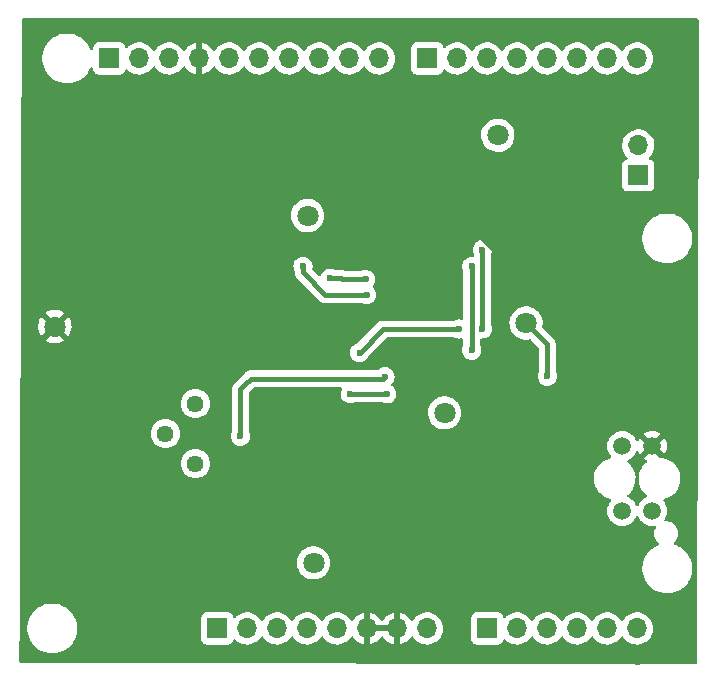
<source format=gbl>
%TF.GenerationSoftware,KiCad,Pcbnew,(6.0.7)*%
%TF.CreationDate,2023-02-07T21:03:53+01:00*%
%TF.ProjectId,002 ardu ino shield,30303220-6172-4647-9520-696e6f207368,rev?*%
%TF.SameCoordinates,Original*%
%TF.FileFunction,Copper,L2,Bot*%
%TF.FilePolarity,Positive*%
%FSLAX46Y46*%
G04 Gerber Fmt 4.6, Leading zero omitted, Abs format (unit mm)*
G04 Created by KiCad (PCBNEW (6.0.7)) date 2023-02-07 21:03:53*
%MOMM*%
%LPD*%
G01*
G04 APERTURE LIST*
%TA.AperFunction,ComponentPad*%
%ADD10R,1.700000X1.700000*%
%TD*%
%TA.AperFunction,ComponentPad*%
%ADD11O,1.700000X1.700000*%
%TD*%
%TA.AperFunction,ComponentPad*%
%ADD12C,1.500000*%
%TD*%
%TA.AperFunction,ComponentPad*%
%ADD13C,1.800000*%
%TD*%
%TA.AperFunction,ComponentPad*%
%ADD14C,1.440000*%
%TD*%
%TA.AperFunction,ViaPad*%
%ADD15C,0.600000*%
%TD*%
%TA.AperFunction,Conductor*%
%ADD16C,0.400000*%
%TD*%
%TA.AperFunction,Conductor*%
%ADD17C,0.250000*%
%TD*%
G04 APERTURE END LIST*
D10*
X127940000Y-97460000D03*
D11*
X130480000Y-97460000D03*
X133020000Y-97460000D03*
X135560000Y-97460000D03*
X138100000Y-97460000D03*
X140640000Y-97460000D03*
X143180000Y-97460000D03*
X145720000Y-97460000D03*
D10*
X150800000Y-97460000D03*
D11*
X153340000Y-97460000D03*
X155880000Y-97460000D03*
X158420000Y-97460000D03*
X160960000Y-97460000D03*
X163500000Y-97460000D03*
D10*
X118796000Y-49200000D03*
D11*
X121336000Y-49200000D03*
X123876000Y-49200000D03*
X126416000Y-49200000D03*
X128956000Y-49200000D03*
X131496000Y-49200000D03*
X134036000Y-49200000D03*
X136576000Y-49200000D03*
X139116000Y-49200000D03*
X141656000Y-49200000D03*
D10*
X145720000Y-49200000D03*
D11*
X148260000Y-49200000D03*
X150800000Y-49200000D03*
X153340000Y-49200000D03*
X155880000Y-49200000D03*
X158420000Y-49200000D03*
X160960000Y-49200000D03*
X163500000Y-49200000D03*
D12*
X162230000Y-82010000D03*
X164770000Y-82010000D03*
X162230000Y-87510000D03*
X164770000Y-87510000D03*
D10*
X163600000Y-59100000D03*
D11*
X163600000Y-56560000D03*
D13*
X114200000Y-71900000D03*
X136100000Y-91900000D03*
X151700000Y-55700000D03*
D14*
X126100000Y-83500000D03*
X123560000Y-80960000D03*
X126100000Y-78420000D03*
D13*
X154100000Y-71600000D03*
X135600000Y-62500000D03*
X147200000Y-79200000D03*
D15*
X130100000Y-58200000D03*
X168400000Y-82900000D03*
X130900000Y-73800000D03*
X158800000Y-73700000D03*
X122100000Y-99900000D03*
X124700000Y-55700000D03*
X167500000Y-99500000D03*
X160400000Y-92300000D03*
X129100000Y-46700000D03*
X144600000Y-73500000D03*
X151600000Y-59300000D03*
X122900000Y-69800000D03*
X130200000Y-66800000D03*
X149500000Y-82100000D03*
X168300000Y-61900000D03*
X116900000Y-92600000D03*
X111800000Y-82700000D03*
X168000000Y-46300000D03*
X136400000Y-72200000D03*
X139900000Y-87100000D03*
X163600000Y-100300000D03*
X112100000Y-99700000D03*
X112100000Y-46500000D03*
X161500000Y-75500000D03*
X116500000Y-74000000D03*
X159800000Y-67900000D03*
X149600000Y-46500000D03*
X142500000Y-59300000D03*
X143400000Y-92400000D03*
X147100000Y-59300000D03*
X134800000Y-80500000D03*
X123600000Y-91800000D03*
X130600000Y-91400000D03*
X139300000Y-62300000D03*
X111900000Y-63800000D03*
X125300000Y-62000000D03*
X138800000Y-93700000D03*
X149512500Y-77525000D03*
X161500000Y-78500000D03*
X130700000Y-87600000D03*
X139800000Y-84000000D03*
X140900000Y-53000000D03*
X160600000Y-53600000D03*
X152400000Y-92100000D03*
X115100000Y-57200000D03*
X155887500Y-76112500D03*
X149500000Y-73900000D03*
X149500000Y-66800000D03*
X137500000Y-67800000D03*
X140500000Y-67900000D03*
X135200000Y-66800000D03*
X140600000Y-69200000D03*
X142300000Y-77600000D03*
X139200000Y-77600000D03*
X148400000Y-72100000D03*
X150400000Y-65400000D03*
X150400000Y-72100000D03*
X140000000Y-74100000D03*
X129900000Y-81200000D03*
X142150000Y-76150000D03*
D16*
X147100000Y-61100000D02*
X161500000Y-75500000D01*
D17*
X124700000Y-52200000D02*
X126416000Y-50484000D01*
D16*
X159475000Y-77525000D02*
X161500000Y-75500000D01*
X161500000Y-78500000D02*
X161500000Y-75500000D01*
X139900000Y-87100000D02*
X139900000Y-84100000D01*
X149512500Y-77525000D02*
X159475000Y-77525000D01*
D17*
X161500000Y-75500000D02*
X161500000Y-75400000D01*
D16*
X130100000Y-58200000D02*
X141400000Y-58200000D01*
X147100000Y-59300000D02*
X147100000Y-61100000D01*
X141400000Y-58200000D02*
X142500000Y-59300000D01*
D17*
X124700000Y-55700000D02*
X124700000Y-52200000D01*
X149300000Y-91340000D02*
X149300000Y-90900000D01*
D16*
X142500000Y-59300000D02*
X147100000Y-59300000D01*
D17*
X139900000Y-84100000D02*
X139800000Y-84000000D01*
X126416000Y-50484000D02*
X126416000Y-49200000D01*
D16*
X155887500Y-76112500D02*
X155887500Y-73387500D01*
X155887500Y-73387500D02*
X154100000Y-71600000D01*
X149500000Y-66800000D02*
X149500000Y-73900000D01*
X137500000Y-67800000D02*
X138425000Y-67800000D01*
X140500000Y-67900000D02*
X138525000Y-67900000D01*
X138425000Y-67800000D02*
X138525000Y-67900000D01*
X137100000Y-69200000D02*
X135200000Y-67300000D01*
X135200000Y-67300000D02*
X135200000Y-66800000D01*
X140600000Y-69200000D02*
X137100000Y-69200000D01*
X139200000Y-77600000D02*
X142300000Y-77600000D01*
X150400000Y-65400000D02*
X150400000Y-72100000D01*
X142000000Y-72100000D02*
X140000000Y-74100000D01*
X148400000Y-72100000D02*
X142000000Y-72100000D01*
X129900000Y-77200000D02*
X130300000Y-76800000D01*
X130800000Y-76300000D02*
X142000000Y-76300000D01*
D17*
X142000000Y-76300000D02*
X142150000Y-76150000D01*
X142150000Y-76150000D02*
X142200000Y-76100000D01*
D16*
X130300000Y-76800000D02*
X130800000Y-76300000D01*
X129900000Y-81200000D02*
X129900000Y-77200000D01*
%TA.AperFunction,Conductor*%
G36*
X168641890Y-45820002D02*
G01*
X168688383Y-45873658D01*
X168699769Y-45926230D01*
X168600230Y-100374011D01*
X168580103Y-100442095D01*
X168526363Y-100488490D01*
X168474012Y-100499781D01*
X111326241Y-100400220D01*
X111258156Y-100380099D01*
X111211756Y-100326363D01*
X111200462Y-100273758D01*
X111203046Y-99568500D01*
X111210283Y-97592703D01*
X111860743Y-97592703D01*
X111898268Y-97877734D01*
X111974129Y-98155036D01*
X111975813Y-98158984D01*
X112071202Y-98382618D01*
X112086923Y-98419476D01*
X112234561Y-98666161D01*
X112414313Y-98890528D01*
X112622851Y-99088423D01*
X112856317Y-99256186D01*
X112860112Y-99258195D01*
X112860113Y-99258196D01*
X112881869Y-99269715D01*
X113110392Y-99390712D01*
X113380373Y-99489511D01*
X113661264Y-99550755D01*
X113689841Y-99553004D01*
X113884282Y-99568307D01*
X113884291Y-99568307D01*
X113886739Y-99568500D01*
X114042271Y-99568500D01*
X114044407Y-99568354D01*
X114044418Y-99568354D01*
X114252548Y-99554165D01*
X114252554Y-99554164D01*
X114256825Y-99553873D01*
X114261020Y-99553004D01*
X114261022Y-99553004D01*
X114397583Y-99524724D01*
X114538342Y-99495574D01*
X114809343Y-99399607D01*
X115064812Y-99267750D01*
X115068313Y-99265289D01*
X115068317Y-99265287D01*
X115182418Y-99185095D01*
X115300023Y-99102441D01*
X115510622Y-98906740D01*
X115692713Y-98684268D01*
X115842927Y-98439142D01*
X115846927Y-98430031D01*
X115878487Y-98358134D01*
X126581500Y-98358134D01*
X126588255Y-98420316D01*
X126639385Y-98556705D01*
X126726739Y-98673261D01*
X126843295Y-98760615D01*
X126979684Y-98811745D01*
X127041866Y-98818500D01*
X128838134Y-98818500D01*
X128900316Y-98811745D01*
X129036705Y-98760615D01*
X129153261Y-98673261D01*
X129240615Y-98556705D01*
X129262799Y-98497529D01*
X129284598Y-98439382D01*
X129327240Y-98382618D01*
X129393802Y-98357918D01*
X129463150Y-98373126D01*
X129497817Y-98401114D01*
X129526250Y-98433938D01*
X129698126Y-98576632D01*
X129891000Y-98689338D01*
X130099692Y-98769030D01*
X130104760Y-98770061D01*
X130104763Y-98770062D01*
X130199862Y-98789410D01*
X130318597Y-98813567D01*
X130323772Y-98813757D01*
X130323774Y-98813757D01*
X130536673Y-98821564D01*
X130536677Y-98821564D01*
X130541837Y-98821753D01*
X130546957Y-98821097D01*
X130546959Y-98821097D01*
X130758288Y-98794025D01*
X130758289Y-98794025D01*
X130763416Y-98793368D01*
X130768366Y-98791883D01*
X130972429Y-98730661D01*
X130972434Y-98730659D01*
X130977384Y-98729174D01*
X131177994Y-98630896D01*
X131359860Y-98501173D01*
X131518096Y-98343489D01*
X131648453Y-98162077D01*
X131649776Y-98163028D01*
X131696645Y-98119857D01*
X131766580Y-98107625D01*
X131832026Y-98135144D01*
X131859875Y-98166994D01*
X131919987Y-98265088D01*
X132066250Y-98433938D01*
X132238126Y-98576632D01*
X132431000Y-98689338D01*
X132639692Y-98769030D01*
X132644760Y-98770061D01*
X132644763Y-98770062D01*
X132739862Y-98789410D01*
X132858597Y-98813567D01*
X132863772Y-98813757D01*
X132863774Y-98813757D01*
X133076673Y-98821564D01*
X133076677Y-98821564D01*
X133081837Y-98821753D01*
X133086957Y-98821097D01*
X133086959Y-98821097D01*
X133298288Y-98794025D01*
X133298289Y-98794025D01*
X133303416Y-98793368D01*
X133308366Y-98791883D01*
X133512429Y-98730661D01*
X133512434Y-98730659D01*
X133517384Y-98729174D01*
X133717994Y-98630896D01*
X133899860Y-98501173D01*
X134058096Y-98343489D01*
X134188453Y-98162077D01*
X134189776Y-98163028D01*
X134236645Y-98119857D01*
X134306580Y-98107625D01*
X134372026Y-98135144D01*
X134399875Y-98166994D01*
X134459987Y-98265088D01*
X134606250Y-98433938D01*
X134778126Y-98576632D01*
X134971000Y-98689338D01*
X135179692Y-98769030D01*
X135184760Y-98770061D01*
X135184763Y-98770062D01*
X135279862Y-98789410D01*
X135398597Y-98813567D01*
X135403772Y-98813757D01*
X135403774Y-98813757D01*
X135616673Y-98821564D01*
X135616677Y-98821564D01*
X135621837Y-98821753D01*
X135626957Y-98821097D01*
X135626959Y-98821097D01*
X135838288Y-98794025D01*
X135838289Y-98794025D01*
X135843416Y-98793368D01*
X135848366Y-98791883D01*
X136052429Y-98730661D01*
X136052434Y-98730659D01*
X136057384Y-98729174D01*
X136257994Y-98630896D01*
X136439860Y-98501173D01*
X136598096Y-98343489D01*
X136728453Y-98162077D01*
X136729776Y-98163028D01*
X136776645Y-98119857D01*
X136846580Y-98107625D01*
X136912026Y-98135144D01*
X136939875Y-98166994D01*
X136999987Y-98265088D01*
X137146250Y-98433938D01*
X137318126Y-98576632D01*
X137511000Y-98689338D01*
X137719692Y-98769030D01*
X137724760Y-98770061D01*
X137724763Y-98770062D01*
X137819862Y-98789410D01*
X137938597Y-98813567D01*
X137943772Y-98813757D01*
X137943774Y-98813757D01*
X138156673Y-98821564D01*
X138156677Y-98821564D01*
X138161837Y-98821753D01*
X138166957Y-98821097D01*
X138166959Y-98821097D01*
X138378288Y-98794025D01*
X138378289Y-98794025D01*
X138383416Y-98793368D01*
X138388366Y-98791883D01*
X138592429Y-98730661D01*
X138592434Y-98730659D01*
X138597384Y-98729174D01*
X138797994Y-98630896D01*
X138979860Y-98501173D01*
X139138096Y-98343489D01*
X139268453Y-98162077D01*
X139269640Y-98162930D01*
X139316960Y-98119362D01*
X139386897Y-98107145D01*
X139452338Y-98134678D01*
X139480166Y-98166511D01*
X139537694Y-98260388D01*
X139543777Y-98268699D01*
X139683213Y-98429667D01*
X139690580Y-98436883D01*
X139854434Y-98572916D01*
X139862881Y-98578831D01*
X140046756Y-98686279D01*
X140056042Y-98690729D01*
X140255001Y-98766703D01*
X140264899Y-98769579D01*
X140368250Y-98790606D01*
X140382299Y-98789410D01*
X140386000Y-98779065D01*
X140386000Y-98778517D01*
X140894000Y-98778517D01*
X140898064Y-98792359D01*
X140911478Y-98794393D01*
X140918184Y-98793534D01*
X140928262Y-98791392D01*
X141132255Y-98730191D01*
X141141842Y-98726433D01*
X141333095Y-98632739D01*
X141341945Y-98627464D01*
X141515328Y-98503792D01*
X141523200Y-98497139D01*
X141674052Y-98346812D01*
X141680730Y-98338965D01*
X141808022Y-98161819D01*
X141809147Y-98162627D01*
X141856669Y-98118876D01*
X141926607Y-98106661D01*
X141992046Y-98134197D01*
X142019870Y-98166028D01*
X142077690Y-98260383D01*
X142083777Y-98268699D01*
X142223213Y-98429667D01*
X142230580Y-98436883D01*
X142394434Y-98572916D01*
X142402881Y-98578831D01*
X142586756Y-98686279D01*
X142596042Y-98690729D01*
X142795001Y-98766703D01*
X142804899Y-98769579D01*
X142908250Y-98790606D01*
X142922299Y-98789410D01*
X142926000Y-98779065D01*
X142926000Y-98778517D01*
X143434000Y-98778517D01*
X143438064Y-98792359D01*
X143451478Y-98794393D01*
X143458184Y-98793534D01*
X143468262Y-98791392D01*
X143672255Y-98730191D01*
X143681842Y-98726433D01*
X143873095Y-98632739D01*
X143881945Y-98627464D01*
X144055328Y-98503792D01*
X144063200Y-98497139D01*
X144214052Y-98346812D01*
X144220730Y-98338965D01*
X144348022Y-98161819D01*
X144349279Y-98162722D01*
X144396373Y-98119362D01*
X144466311Y-98107145D01*
X144531751Y-98134678D01*
X144559579Y-98166511D01*
X144619987Y-98265088D01*
X144766250Y-98433938D01*
X144938126Y-98576632D01*
X145131000Y-98689338D01*
X145339692Y-98769030D01*
X145344760Y-98770061D01*
X145344763Y-98770062D01*
X145439862Y-98789410D01*
X145558597Y-98813567D01*
X145563772Y-98813757D01*
X145563774Y-98813757D01*
X145776673Y-98821564D01*
X145776677Y-98821564D01*
X145781837Y-98821753D01*
X145786957Y-98821097D01*
X145786959Y-98821097D01*
X145998288Y-98794025D01*
X145998289Y-98794025D01*
X146003416Y-98793368D01*
X146008366Y-98791883D01*
X146212429Y-98730661D01*
X146212434Y-98730659D01*
X146217384Y-98729174D01*
X146417994Y-98630896D01*
X146599860Y-98501173D01*
X146743400Y-98358134D01*
X149441500Y-98358134D01*
X149448255Y-98420316D01*
X149499385Y-98556705D01*
X149586739Y-98673261D01*
X149703295Y-98760615D01*
X149839684Y-98811745D01*
X149901866Y-98818500D01*
X151698134Y-98818500D01*
X151760316Y-98811745D01*
X151896705Y-98760615D01*
X152013261Y-98673261D01*
X152100615Y-98556705D01*
X152122799Y-98497529D01*
X152144598Y-98439382D01*
X152187240Y-98382618D01*
X152253802Y-98357918D01*
X152323150Y-98373126D01*
X152357817Y-98401114D01*
X152386250Y-98433938D01*
X152558126Y-98576632D01*
X152751000Y-98689338D01*
X152959692Y-98769030D01*
X152964760Y-98770061D01*
X152964763Y-98770062D01*
X153059862Y-98789410D01*
X153178597Y-98813567D01*
X153183772Y-98813757D01*
X153183774Y-98813757D01*
X153396673Y-98821564D01*
X153396677Y-98821564D01*
X153401837Y-98821753D01*
X153406957Y-98821097D01*
X153406959Y-98821097D01*
X153618288Y-98794025D01*
X153618289Y-98794025D01*
X153623416Y-98793368D01*
X153628366Y-98791883D01*
X153832429Y-98730661D01*
X153832434Y-98730659D01*
X153837384Y-98729174D01*
X154037994Y-98630896D01*
X154219860Y-98501173D01*
X154378096Y-98343489D01*
X154508453Y-98162077D01*
X154509776Y-98163028D01*
X154556645Y-98119857D01*
X154626580Y-98107625D01*
X154692026Y-98135144D01*
X154719875Y-98166994D01*
X154779987Y-98265088D01*
X154926250Y-98433938D01*
X155098126Y-98576632D01*
X155291000Y-98689338D01*
X155499692Y-98769030D01*
X155504760Y-98770061D01*
X155504763Y-98770062D01*
X155599862Y-98789410D01*
X155718597Y-98813567D01*
X155723772Y-98813757D01*
X155723774Y-98813757D01*
X155936673Y-98821564D01*
X155936677Y-98821564D01*
X155941837Y-98821753D01*
X155946957Y-98821097D01*
X155946959Y-98821097D01*
X156158288Y-98794025D01*
X156158289Y-98794025D01*
X156163416Y-98793368D01*
X156168366Y-98791883D01*
X156372429Y-98730661D01*
X156372434Y-98730659D01*
X156377384Y-98729174D01*
X156577994Y-98630896D01*
X156759860Y-98501173D01*
X156918096Y-98343489D01*
X157048453Y-98162077D01*
X157049776Y-98163028D01*
X157096645Y-98119857D01*
X157166580Y-98107625D01*
X157232026Y-98135144D01*
X157259875Y-98166994D01*
X157319987Y-98265088D01*
X157466250Y-98433938D01*
X157638126Y-98576632D01*
X157831000Y-98689338D01*
X158039692Y-98769030D01*
X158044760Y-98770061D01*
X158044763Y-98770062D01*
X158139862Y-98789410D01*
X158258597Y-98813567D01*
X158263772Y-98813757D01*
X158263774Y-98813757D01*
X158476673Y-98821564D01*
X158476677Y-98821564D01*
X158481837Y-98821753D01*
X158486957Y-98821097D01*
X158486959Y-98821097D01*
X158698288Y-98794025D01*
X158698289Y-98794025D01*
X158703416Y-98793368D01*
X158708366Y-98791883D01*
X158912429Y-98730661D01*
X158912434Y-98730659D01*
X158917384Y-98729174D01*
X159117994Y-98630896D01*
X159299860Y-98501173D01*
X159458096Y-98343489D01*
X159588453Y-98162077D01*
X159589776Y-98163028D01*
X159636645Y-98119857D01*
X159706580Y-98107625D01*
X159772026Y-98135144D01*
X159799875Y-98166994D01*
X159859987Y-98265088D01*
X160006250Y-98433938D01*
X160178126Y-98576632D01*
X160371000Y-98689338D01*
X160579692Y-98769030D01*
X160584760Y-98770061D01*
X160584763Y-98770062D01*
X160679862Y-98789410D01*
X160798597Y-98813567D01*
X160803772Y-98813757D01*
X160803774Y-98813757D01*
X161016673Y-98821564D01*
X161016677Y-98821564D01*
X161021837Y-98821753D01*
X161026957Y-98821097D01*
X161026959Y-98821097D01*
X161238288Y-98794025D01*
X161238289Y-98794025D01*
X161243416Y-98793368D01*
X161248366Y-98791883D01*
X161452429Y-98730661D01*
X161452434Y-98730659D01*
X161457384Y-98729174D01*
X161657994Y-98630896D01*
X161839860Y-98501173D01*
X161998096Y-98343489D01*
X162128453Y-98162077D01*
X162129776Y-98163028D01*
X162176645Y-98119857D01*
X162246580Y-98107625D01*
X162312026Y-98135144D01*
X162339875Y-98166994D01*
X162399987Y-98265088D01*
X162546250Y-98433938D01*
X162718126Y-98576632D01*
X162911000Y-98689338D01*
X163119692Y-98769030D01*
X163124760Y-98770061D01*
X163124763Y-98770062D01*
X163219862Y-98789410D01*
X163338597Y-98813567D01*
X163343772Y-98813757D01*
X163343774Y-98813757D01*
X163556673Y-98821564D01*
X163556677Y-98821564D01*
X163561837Y-98821753D01*
X163566957Y-98821097D01*
X163566959Y-98821097D01*
X163778288Y-98794025D01*
X163778289Y-98794025D01*
X163783416Y-98793368D01*
X163788366Y-98791883D01*
X163992429Y-98730661D01*
X163992434Y-98730659D01*
X163997384Y-98729174D01*
X164197994Y-98630896D01*
X164379860Y-98501173D01*
X164538096Y-98343489D01*
X164668453Y-98162077D01*
X164673979Y-98150897D01*
X164765136Y-97966453D01*
X164765137Y-97966451D01*
X164767430Y-97961811D01*
X164832370Y-97748069D01*
X164861529Y-97526590D01*
X164863156Y-97460000D01*
X164844852Y-97237361D01*
X164790431Y-97020702D01*
X164701354Y-96815840D01*
X164580014Y-96628277D01*
X164429670Y-96463051D01*
X164425619Y-96459852D01*
X164425615Y-96459848D01*
X164258414Y-96327800D01*
X164258410Y-96327798D01*
X164254359Y-96324598D01*
X164218028Y-96304542D01*
X164202136Y-96295769D01*
X164058789Y-96216638D01*
X164053920Y-96214914D01*
X164053916Y-96214912D01*
X163853087Y-96143795D01*
X163853083Y-96143794D01*
X163848212Y-96142069D01*
X163843119Y-96141162D01*
X163843116Y-96141161D01*
X163633373Y-96103800D01*
X163633367Y-96103799D01*
X163628284Y-96102894D01*
X163554452Y-96101992D01*
X163410081Y-96100228D01*
X163410079Y-96100228D01*
X163404911Y-96100165D01*
X163184091Y-96133955D01*
X162971756Y-96203357D01*
X162773607Y-96306507D01*
X162769474Y-96309610D01*
X162769471Y-96309612D01*
X162599100Y-96437530D01*
X162594965Y-96440635D01*
X162591393Y-96444373D01*
X162483729Y-96557037D01*
X162440629Y-96602138D01*
X162333201Y-96759621D01*
X162278293Y-96804621D01*
X162207768Y-96812792D01*
X162144021Y-96781538D01*
X162123324Y-96757054D01*
X162042822Y-96632617D01*
X162042820Y-96632614D01*
X162040014Y-96628277D01*
X161889670Y-96463051D01*
X161885619Y-96459852D01*
X161885615Y-96459848D01*
X161718414Y-96327800D01*
X161718410Y-96327798D01*
X161714359Y-96324598D01*
X161678028Y-96304542D01*
X161662136Y-96295769D01*
X161518789Y-96216638D01*
X161513920Y-96214914D01*
X161513916Y-96214912D01*
X161313087Y-96143795D01*
X161313083Y-96143794D01*
X161308212Y-96142069D01*
X161303119Y-96141162D01*
X161303116Y-96141161D01*
X161093373Y-96103800D01*
X161093367Y-96103799D01*
X161088284Y-96102894D01*
X161014452Y-96101992D01*
X160870081Y-96100228D01*
X160870079Y-96100228D01*
X160864911Y-96100165D01*
X160644091Y-96133955D01*
X160431756Y-96203357D01*
X160233607Y-96306507D01*
X160229474Y-96309610D01*
X160229471Y-96309612D01*
X160059100Y-96437530D01*
X160054965Y-96440635D01*
X160051393Y-96444373D01*
X159943729Y-96557037D01*
X159900629Y-96602138D01*
X159793201Y-96759621D01*
X159738293Y-96804621D01*
X159667768Y-96812792D01*
X159604021Y-96781538D01*
X159583324Y-96757054D01*
X159502822Y-96632617D01*
X159502820Y-96632614D01*
X159500014Y-96628277D01*
X159349670Y-96463051D01*
X159345619Y-96459852D01*
X159345615Y-96459848D01*
X159178414Y-96327800D01*
X159178410Y-96327798D01*
X159174359Y-96324598D01*
X159138028Y-96304542D01*
X159122136Y-96295769D01*
X158978789Y-96216638D01*
X158973920Y-96214914D01*
X158973916Y-96214912D01*
X158773087Y-96143795D01*
X158773083Y-96143794D01*
X158768212Y-96142069D01*
X158763119Y-96141162D01*
X158763116Y-96141161D01*
X158553373Y-96103800D01*
X158553367Y-96103799D01*
X158548284Y-96102894D01*
X158474452Y-96101992D01*
X158330081Y-96100228D01*
X158330079Y-96100228D01*
X158324911Y-96100165D01*
X158104091Y-96133955D01*
X157891756Y-96203357D01*
X157693607Y-96306507D01*
X157689474Y-96309610D01*
X157689471Y-96309612D01*
X157519100Y-96437530D01*
X157514965Y-96440635D01*
X157511393Y-96444373D01*
X157403729Y-96557037D01*
X157360629Y-96602138D01*
X157253201Y-96759621D01*
X157198293Y-96804621D01*
X157127768Y-96812792D01*
X157064021Y-96781538D01*
X157043324Y-96757054D01*
X156962822Y-96632617D01*
X156962820Y-96632614D01*
X156960014Y-96628277D01*
X156809670Y-96463051D01*
X156805619Y-96459852D01*
X156805615Y-96459848D01*
X156638414Y-96327800D01*
X156638410Y-96327798D01*
X156634359Y-96324598D01*
X156598028Y-96304542D01*
X156582136Y-96295769D01*
X156438789Y-96216638D01*
X156433920Y-96214914D01*
X156433916Y-96214912D01*
X156233087Y-96143795D01*
X156233083Y-96143794D01*
X156228212Y-96142069D01*
X156223119Y-96141162D01*
X156223116Y-96141161D01*
X156013373Y-96103800D01*
X156013367Y-96103799D01*
X156008284Y-96102894D01*
X155934452Y-96101992D01*
X155790081Y-96100228D01*
X155790079Y-96100228D01*
X155784911Y-96100165D01*
X155564091Y-96133955D01*
X155351756Y-96203357D01*
X155153607Y-96306507D01*
X155149474Y-96309610D01*
X155149471Y-96309612D01*
X154979100Y-96437530D01*
X154974965Y-96440635D01*
X154971393Y-96444373D01*
X154863729Y-96557037D01*
X154820629Y-96602138D01*
X154713201Y-96759621D01*
X154658293Y-96804621D01*
X154587768Y-96812792D01*
X154524021Y-96781538D01*
X154503324Y-96757054D01*
X154422822Y-96632617D01*
X154422820Y-96632614D01*
X154420014Y-96628277D01*
X154269670Y-96463051D01*
X154265619Y-96459852D01*
X154265615Y-96459848D01*
X154098414Y-96327800D01*
X154098410Y-96327798D01*
X154094359Y-96324598D01*
X154058028Y-96304542D01*
X154042136Y-96295769D01*
X153898789Y-96216638D01*
X153893920Y-96214914D01*
X153893916Y-96214912D01*
X153693087Y-96143795D01*
X153693083Y-96143794D01*
X153688212Y-96142069D01*
X153683119Y-96141162D01*
X153683116Y-96141161D01*
X153473373Y-96103800D01*
X153473367Y-96103799D01*
X153468284Y-96102894D01*
X153394452Y-96101992D01*
X153250081Y-96100228D01*
X153250079Y-96100228D01*
X153244911Y-96100165D01*
X153024091Y-96133955D01*
X152811756Y-96203357D01*
X152613607Y-96306507D01*
X152609474Y-96309610D01*
X152609471Y-96309612D01*
X152439100Y-96437530D01*
X152434965Y-96440635D01*
X152378537Y-96499684D01*
X152354283Y-96525064D01*
X152292759Y-96560494D01*
X152221846Y-96557037D01*
X152164060Y-96515791D01*
X152145207Y-96482243D01*
X152103767Y-96371703D01*
X152100615Y-96363295D01*
X152013261Y-96246739D01*
X151896705Y-96159385D01*
X151760316Y-96108255D01*
X151698134Y-96101500D01*
X149901866Y-96101500D01*
X149839684Y-96108255D01*
X149703295Y-96159385D01*
X149586739Y-96246739D01*
X149499385Y-96363295D01*
X149448255Y-96499684D01*
X149441500Y-96561866D01*
X149441500Y-98358134D01*
X146743400Y-98358134D01*
X146758096Y-98343489D01*
X146888453Y-98162077D01*
X146893979Y-98150897D01*
X146985136Y-97966453D01*
X146985137Y-97966451D01*
X146987430Y-97961811D01*
X147052370Y-97748069D01*
X147081529Y-97526590D01*
X147083156Y-97460000D01*
X147064852Y-97237361D01*
X147010431Y-97020702D01*
X146921354Y-96815840D01*
X146800014Y-96628277D01*
X146649670Y-96463051D01*
X146645619Y-96459852D01*
X146645615Y-96459848D01*
X146478414Y-96327800D01*
X146478410Y-96327798D01*
X146474359Y-96324598D01*
X146438028Y-96304542D01*
X146422136Y-96295769D01*
X146278789Y-96216638D01*
X146273920Y-96214914D01*
X146273916Y-96214912D01*
X146073087Y-96143795D01*
X146073083Y-96143794D01*
X146068212Y-96142069D01*
X146063119Y-96141162D01*
X146063116Y-96141161D01*
X145853373Y-96103800D01*
X145853367Y-96103799D01*
X145848284Y-96102894D01*
X145774452Y-96101992D01*
X145630081Y-96100228D01*
X145630079Y-96100228D01*
X145624911Y-96100165D01*
X145404091Y-96133955D01*
X145191756Y-96203357D01*
X144993607Y-96306507D01*
X144989474Y-96309610D01*
X144989471Y-96309612D01*
X144819100Y-96437530D01*
X144814965Y-96440635D01*
X144811393Y-96444373D01*
X144703729Y-96557037D01*
X144660629Y-96602138D01*
X144657720Y-96606403D01*
X144657714Y-96606411D01*
X144645404Y-96624457D01*
X144553204Y-96759618D01*
X144552898Y-96760066D01*
X144497987Y-96805069D01*
X144427462Y-96813240D01*
X144363715Y-96781986D01*
X144343018Y-96757502D01*
X144262426Y-96632926D01*
X144256136Y-96624757D01*
X144112806Y-96467240D01*
X144105273Y-96460215D01*
X143938139Y-96328222D01*
X143929552Y-96322517D01*
X143743117Y-96219599D01*
X143733705Y-96215369D01*
X143532959Y-96144280D01*
X143522988Y-96141646D01*
X143451837Y-96128972D01*
X143438540Y-96130432D01*
X143434000Y-96144989D01*
X143434000Y-98778517D01*
X142926000Y-98778517D01*
X142926000Y-97732115D01*
X142921525Y-97716876D01*
X142920135Y-97715671D01*
X142912452Y-97714000D01*
X140912115Y-97714000D01*
X140896876Y-97718475D01*
X140895671Y-97719865D01*
X140894000Y-97727548D01*
X140894000Y-98778517D01*
X140386000Y-98778517D01*
X140386000Y-97187885D01*
X140894000Y-97187885D01*
X140898475Y-97203124D01*
X140899865Y-97204329D01*
X140907548Y-97206000D01*
X142907885Y-97206000D01*
X142923124Y-97201525D01*
X142924329Y-97200135D01*
X142926000Y-97192452D01*
X142926000Y-96143102D01*
X142922082Y-96129758D01*
X142907806Y-96127771D01*
X142869324Y-96133660D01*
X142859288Y-96136051D01*
X142656868Y-96202212D01*
X142647359Y-96206209D01*
X142458463Y-96304542D01*
X142449738Y-96310036D01*
X142279433Y-96437905D01*
X142271726Y-96444748D01*
X142124590Y-96598717D01*
X142118104Y-96606727D01*
X142013193Y-96760521D01*
X141958282Y-96805524D01*
X141887757Y-96813695D01*
X141824010Y-96782441D01*
X141803313Y-96757957D01*
X141722427Y-96632926D01*
X141716136Y-96624757D01*
X141572806Y-96467240D01*
X141565273Y-96460215D01*
X141398139Y-96328222D01*
X141389552Y-96322517D01*
X141203117Y-96219599D01*
X141193705Y-96215369D01*
X140992959Y-96144280D01*
X140982988Y-96141646D01*
X140911837Y-96128972D01*
X140898540Y-96130432D01*
X140894000Y-96144989D01*
X140894000Y-97187885D01*
X140386000Y-97187885D01*
X140386000Y-96143102D01*
X140382082Y-96129758D01*
X140367806Y-96127771D01*
X140329324Y-96133660D01*
X140319288Y-96136051D01*
X140116868Y-96202212D01*
X140107359Y-96206209D01*
X139918463Y-96304542D01*
X139909738Y-96310036D01*
X139739433Y-96437905D01*
X139731726Y-96444748D01*
X139584590Y-96598717D01*
X139578109Y-96606722D01*
X139473498Y-96760074D01*
X139418587Y-96805076D01*
X139348062Y-96813247D01*
X139284315Y-96781993D01*
X139263618Y-96757509D01*
X139182822Y-96632617D01*
X139182820Y-96632614D01*
X139180014Y-96628277D01*
X139029670Y-96463051D01*
X139025619Y-96459852D01*
X139025615Y-96459848D01*
X138858414Y-96327800D01*
X138858410Y-96327798D01*
X138854359Y-96324598D01*
X138818028Y-96304542D01*
X138802136Y-96295769D01*
X138658789Y-96216638D01*
X138653920Y-96214914D01*
X138653916Y-96214912D01*
X138453087Y-96143795D01*
X138453083Y-96143794D01*
X138448212Y-96142069D01*
X138443119Y-96141162D01*
X138443116Y-96141161D01*
X138233373Y-96103800D01*
X138233367Y-96103799D01*
X138228284Y-96102894D01*
X138154452Y-96101992D01*
X138010081Y-96100228D01*
X138010079Y-96100228D01*
X138004911Y-96100165D01*
X137784091Y-96133955D01*
X137571756Y-96203357D01*
X137373607Y-96306507D01*
X137369474Y-96309610D01*
X137369471Y-96309612D01*
X137199100Y-96437530D01*
X137194965Y-96440635D01*
X137191393Y-96444373D01*
X137083729Y-96557037D01*
X137040629Y-96602138D01*
X136933201Y-96759621D01*
X136878293Y-96804621D01*
X136807768Y-96812792D01*
X136744021Y-96781538D01*
X136723324Y-96757054D01*
X136642822Y-96632617D01*
X136642820Y-96632614D01*
X136640014Y-96628277D01*
X136489670Y-96463051D01*
X136485619Y-96459852D01*
X136485615Y-96459848D01*
X136318414Y-96327800D01*
X136318410Y-96327798D01*
X136314359Y-96324598D01*
X136278028Y-96304542D01*
X136262136Y-96295769D01*
X136118789Y-96216638D01*
X136113920Y-96214914D01*
X136113916Y-96214912D01*
X135913087Y-96143795D01*
X135913083Y-96143794D01*
X135908212Y-96142069D01*
X135903119Y-96141162D01*
X135903116Y-96141161D01*
X135693373Y-96103800D01*
X135693367Y-96103799D01*
X135688284Y-96102894D01*
X135614452Y-96101992D01*
X135470081Y-96100228D01*
X135470079Y-96100228D01*
X135464911Y-96100165D01*
X135244091Y-96133955D01*
X135031756Y-96203357D01*
X134833607Y-96306507D01*
X134829474Y-96309610D01*
X134829471Y-96309612D01*
X134659100Y-96437530D01*
X134654965Y-96440635D01*
X134651393Y-96444373D01*
X134543729Y-96557037D01*
X134500629Y-96602138D01*
X134393201Y-96759621D01*
X134338293Y-96804621D01*
X134267768Y-96812792D01*
X134204021Y-96781538D01*
X134183324Y-96757054D01*
X134102822Y-96632617D01*
X134102820Y-96632614D01*
X134100014Y-96628277D01*
X133949670Y-96463051D01*
X133945619Y-96459852D01*
X133945615Y-96459848D01*
X133778414Y-96327800D01*
X133778410Y-96327798D01*
X133774359Y-96324598D01*
X133738028Y-96304542D01*
X133722136Y-96295769D01*
X133578789Y-96216638D01*
X133573920Y-96214914D01*
X133573916Y-96214912D01*
X133373087Y-96143795D01*
X133373083Y-96143794D01*
X133368212Y-96142069D01*
X133363119Y-96141162D01*
X133363116Y-96141161D01*
X133153373Y-96103800D01*
X133153367Y-96103799D01*
X133148284Y-96102894D01*
X133074452Y-96101992D01*
X132930081Y-96100228D01*
X132930079Y-96100228D01*
X132924911Y-96100165D01*
X132704091Y-96133955D01*
X132491756Y-96203357D01*
X132293607Y-96306507D01*
X132289474Y-96309610D01*
X132289471Y-96309612D01*
X132119100Y-96437530D01*
X132114965Y-96440635D01*
X132111393Y-96444373D01*
X132003729Y-96557037D01*
X131960629Y-96602138D01*
X131853201Y-96759621D01*
X131798293Y-96804621D01*
X131727768Y-96812792D01*
X131664021Y-96781538D01*
X131643324Y-96757054D01*
X131562822Y-96632617D01*
X131562820Y-96632614D01*
X131560014Y-96628277D01*
X131409670Y-96463051D01*
X131405619Y-96459852D01*
X131405615Y-96459848D01*
X131238414Y-96327800D01*
X131238410Y-96327798D01*
X131234359Y-96324598D01*
X131198028Y-96304542D01*
X131182136Y-96295769D01*
X131038789Y-96216638D01*
X131033920Y-96214914D01*
X131033916Y-96214912D01*
X130833087Y-96143795D01*
X130833083Y-96143794D01*
X130828212Y-96142069D01*
X130823119Y-96141162D01*
X130823116Y-96141161D01*
X130613373Y-96103800D01*
X130613367Y-96103799D01*
X130608284Y-96102894D01*
X130534452Y-96101992D01*
X130390081Y-96100228D01*
X130390079Y-96100228D01*
X130384911Y-96100165D01*
X130164091Y-96133955D01*
X129951756Y-96203357D01*
X129753607Y-96306507D01*
X129749474Y-96309610D01*
X129749471Y-96309612D01*
X129579100Y-96437530D01*
X129574965Y-96440635D01*
X129518537Y-96499684D01*
X129494283Y-96525064D01*
X129432759Y-96560494D01*
X129361846Y-96557037D01*
X129304060Y-96515791D01*
X129285207Y-96482243D01*
X129243767Y-96371703D01*
X129240615Y-96363295D01*
X129153261Y-96246739D01*
X129036705Y-96159385D01*
X128900316Y-96108255D01*
X128838134Y-96101500D01*
X127041866Y-96101500D01*
X126979684Y-96108255D01*
X126843295Y-96159385D01*
X126726739Y-96246739D01*
X126639385Y-96363295D01*
X126588255Y-96499684D01*
X126581500Y-96561866D01*
X126581500Y-98358134D01*
X115878487Y-98358134D01*
X115956757Y-98179830D01*
X115958483Y-98175898D01*
X115963742Y-98157438D01*
X116036068Y-97903534D01*
X116037244Y-97899406D01*
X116077751Y-97614784D01*
X116077845Y-97596951D01*
X116079235Y-97331583D01*
X116079235Y-97331576D01*
X116079257Y-97327297D01*
X116041732Y-97042266D01*
X115965871Y-96764964D01*
X115898239Y-96606403D01*
X115854763Y-96504476D01*
X115854761Y-96504472D01*
X115853077Y-96500524D01*
X115749704Y-96327800D01*
X115707643Y-96257521D01*
X115707640Y-96257517D01*
X115705439Y-96253839D01*
X115525687Y-96029472D01*
X115317149Y-95831577D01*
X115083683Y-95663814D01*
X115061843Y-95652250D01*
X115038654Y-95639972D01*
X114829608Y-95529288D01*
X114559627Y-95430489D01*
X114278736Y-95369245D01*
X114247685Y-95366801D01*
X114055718Y-95351693D01*
X114055709Y-95351693D01*
X114053261Y-95351500D01*
X113897729Y-95351500D01*
X113895593Y-95351646D01*
X113895582Y-95351646D01*
X113687452Y-95365835D01*
X113687446Y-95365836D01*
X113683175Y-95366127D01*
X113678980Y-95366996D01*
X113678978Y-95366996D01*
X113542417Y-95395276D01*
X113401658Y-95424426D01*
X113130657Y-95520393D01*
X112875188Y-95652250D01*
X112871687Y-95654711D01*
X112871683Y-95654713D01*
X112861594Y-95661804D01*
X112639977Y-95817559D01*
X112429378Y-96013260D01*
X112247287Y-96235732D01*
X112097073Y-96480858D01*
X112095347Y-96484791D01*
X112095346Y-96484792D01*
X112043835Y-96602138D01*
X111981517Y-96744102D01*
X111980342Y-96748229D01*
X111980341Y-96748230D01*
X111976967Y-96760074D01*
X111902756Y-97020594D01*
X111862249Y-97305216D01*
X111862227Y-97309505D01*
X111862226Y-97309512D01*
X111860765Y-97588417D01*
X111860743Y-97592703D01*
X111210283Y-97592703D01*
X111231262Y-91865469D01*
X134687095Y-91865469D01*
X134687392Y-91870622D01*
X134687392Y-91870625D01*
X134692921Y-91966522D01*
X134700427Y-92096697D01*
X134701564Y-92101743D01*
X134701565Y-92101749D01*
X134728432Y-92220964D01*
X134751346Y-92322642D01*
X134753288Y-92327424D01*
X134753289Y-92327428D01*
X134836540Y-92532450D01*
X134838484Y-92537237D01*
X134959501Y-92734719D01*
X135111147Y-92909784D01*
X135289349Y-93057730D01*
X135489322Y-93174584D01*
X135705694Y-93257209D01*
X135710760Y-93258240D01*
X135710761Y-93258240D01*
X135763846Y-93269040D01*
X135932656Y-93303385D01*
X136063324Y-93308176D01*
X136158949Y-93311683D01*
X136158953Y-93311683D01*
X136164113Y-93311872D01*
X136169233Y-93311216D01*
X136169235Y-93311216D01*
X136242270Y-93301860D01*
X136393847Y-93282442D01*
X136398795Y-93280957D01*
X136398802Y-93280956D01*
X136610747Y-93217369D01*
X136615690Y-93215886D01*
X136696236Y-93176427D01*
X136819049Y-93116262D01*
X136819052Y-93116260D01*
X136823684Y-93113991D01*
X137012243Y-92979494D01*
X137176303Y-92816005D01*
X137311458Y-92627917D01*
X137355386Y-92539036D01*
X137411784Y-92424922D01*
X137411785Y-92424920D01*
X137414078Y-92420280D01*
X137481408Y-92198671D01*
X137511640Y-91969041D01*
X137513327Y-91900000D01*
X137507032Y-91823434D01*
X137494773Y-91674318D01*
X137494772Y-91674312D01*
X137494349Y-91669167D01*
X137437925Y-91444533D01*
X137427486Y-91420524D01*
X137347630Y-91236868D01*
X137347628Y-91236865D01*
X137345570Y-91232131D01*
X137219764Y-91037665D01*
X137063887Y-90866358D01*
X137059836Y-90863159D01*
X137059832Y-90863155D01*
X136886177Y-90726011D01*
X136886172Y-90726008D01*
X136882123Y-90722810D01*
X136877607Y-90720317D01*
X136877604Y-90720315D01*
X136683879Y-90613373D01*
X136683875Y-90613371D01*
X136679355Y-90610876D01*
X136674486Y-90609152D01*
X136674482Y-90609150D01*
X136465903Y-90535288D01*
X136465899Y-90535287D01*
X136461028Y-90533562D01*
X136455935Y-90532655D01*
X136455932Y-90532654D01*
X136238095Y-90493851D01*
X136238089Y-90493850D01*
X136233006Y-90492945D01*
X136160096Y-90492054D01*
X136006581Y-90490179D01*
X136006579Y-90490179D01*
X136001411Y-90490116D01*
X135772464Y-90525150D01*
X135552314Y-90597106D01*
X135547726Y-90599494D01*
X135547722Y-90599496D01*
X135521065Y-90613373D01*
X135346872Y-90704052D01*
X135342739Y-90707155D01*
X135342736Y-90707157D01*
X135165790Y-90840012D01*
X135161655Y-90843117D01*
X135001639Y-91010564D01*
X134998725Y-91014836D01*
X134998724Y-91014837D01*
X134983152Y-91037665D01*
X134871119Y-91201899D01*
X134773602Y-91411981D01*
X134711707Y-91635169D01*
X134687095Y-91865469D01*
X111231262Y-91865469D01*
X111256894Y-84867655D01*
X159839858Y-84867655D01*
X159875104Y-85126638D01*
X159876412Y-85131124D01*
X159876412Y-85131126D01*
X159896098Y-85198664D01*
X159948243Y-85377567D01*
X160057668Y-85614928D01*
X160060231Y-85618837D01*
X160198410Y-85829596D01*
X160198414Y-85829601D01*
X160200976Y-85833509D01*
X160375018Y-86028506D01*
X160575970Y-86195637D01*
X160579973Y-86198066D01*
X160795422Y-86328804D01*
X160795426Y-86328806D01*
X160799419Y-86331229D01*
X161040455Y-86432303D01*
X161044983Y-86433453D01*
X161214428Y-86476487D01*
X161275530Y-86512642D01*
X161307384Y-86576091D01*
X161299879Y-86646690D01*
X161272508Y-86687705D01*
X161262251Y-86697962D01*
X161135944Y-86878347D01*
X161133621Y-86883329D01*
X161133618Y-86883334D01*
X161086415Y-86984562D01*
X161042880Y-87077924D01*
X160985885Y-87290629D01*
X160966693Y-87510000D01*
X160985885Y-87729371D01*
X161042880Y-87942076D01*
X161045205Y-87947061D01*
X161133618Y-88136666D01*
X161133621Y-88136671D01*
X161135944Y-88141653D01*
X161139100Y-88146160D01*
X161139101Y-88146162D01*
X161217109Y-88257568D01*
X161262251Y-88322038D01*
X161417962Y-88477749D01*
X161598346Y-88604056D01*
X161797924Y-88697120D01*
X162010629Y-88754115D01*
X162230000Y-88773307D01*
X162449371Y-88754115D01*
X162662076Y-88697120D01*
X162861654Y-88604056D01*
X163042038Y-88477749D01*
X163197749Y-88322038D01*
X163242892Y-88257568D01*
X163320899Y-88146162D01*
X163320900Y-88146160D01*
X163324056Y-88141653D01*
X163326379Y-88136671D01*
X163326382Y-88136666D01*
X163385805Y-88009231D01*
X163432722Y-87955946D01*
X163500999Y-87936485D01*
X163568959Y-87957027D01*
X163614195Y-88009231D01*
X163673618Y-88136666D01*
X163673621Y-88136671D01*
X163675944Y-88141653D01*
X163679100Y-88146160D01*
X163679101Y-88146162D01*
X163757109Y-88257568D01*
X163802251Y-88322038D01*
X163957962Y-88477749D01*
X164138346Y-88604056D01*
X164337924Y-88697120D01*
X164550629Y-88754115D01*
X164770000Y-88773307D01*
X164775475Y-88772828D01*
X164933367Y-88759015D01*
X165002972Y-88773005D01*
X165053964Y-88822404D01*
X165070154Y-88891530D01*
X165055183Y-88944466D01*
X165018733Y-89011877D01*
X165018731Y-89011883D01*
X165015802Y-89017299D01*
X164957318Y-89206232D01*
X164936645Y-89402925D01*
X164954570Y-89599888D01*
X165010410Y-89789619D01*
X165013263Y-89795077D01*
X165013265Y-89795081D01*
X165060720Y-89885853D01*
X165102040Y-89964890D01*
X165225968Y-90119025D01*
X165318909Y-90197012D01*
X165358234Y-90256119D01*
X165359360Y-90327107D01*
X165321929Y-90387434D01*
X165279976Y-90412304D01*
X165200657Y-90440393D01*
X164945188Y-90572250D01*
X164941687Y-90574711D01*
X164941683Y-90574713D01*
X164886676Y-90613373D01*
X164709977Y-90737559D01*
X164499378Y-90933260D01*
X164317287Y-91155732D01*
X164167073Y-91400858D01*
X164051517Y-91664102D01*
X163972756Y-91940594D01*
X163951275Y-92091529D01*
X163936757Y-92193544D01*
X163932249Y-92225216D01*
X163932227Y-92229505D01*
X163932226Y-92229512D01*
X163930765Y-92508417D01*
X163930743Y-92512703D01*
X163968268Y-92797734D01*
X164044129Y-93075036D01*
X164045813Y-93078984D01*
X164122273Y-93258240D01*
X164156923Y-93339476D01*
X164304561Y-93586161D01*
X164484313Y-93810528D01*
X164692851Y-94008423D01*
X164926317Y-94176186D01*
X164930112Y-94178195D01*
X164930113Y-94178196D01*
X164951869Y-94189715D01*
X165180392Y-94310712D01*
X165450373Y-94409511D01*
X165731264Y-94470755D01*
X165759841Y-94473004D01*
X165954282Y-94488307D01*
X165954291Y-94488307D01*
X165956739Y-94488500D01*
X166112271Y-94488500D01*
X166114407Y-94488354D01*
X166114418Y-94488354D01*
X166322548Y-94474165D01*
X166322554Y-94474164D01*
X166326825Y-94473873D01*
X166331020Y-94473004D01*
X166331022Y-94473004D01*
X166467584Y-94444723D01*
X166608342Y-94415574D01*
X166879343Y-94319607D01*
X167134812Y-94187750D01*
X167138313Y-94185289D01*
X167138317Y-94185287D01*
X167252417Y-94105096D01*
X167370023Y-94022441D01*
X167580622Y-93826740D01*
X167762713Y-93604268D01*
X167912927Y-93359142D01*
X167957673Y-93257209D01*
X168026757Y-93099830D01*
X168028483Y-93095898D01*
X168039356Y-93057730D01*
X168106068Y-92823534D01*
X168107244Y-92819406D01*
X168147751Y-92534784D01*
X168147845Y-92516951D01*
X168149235Y-92251583D01*
X168149235Y-92251576D01*
X168149257Y-92247297D01*
X168143507Y-92203617D01*
X168128750Y-92091529D01*
X168111732Y-91962266D01*
X168035871Y-91684964D01*
X168025295Y-91660170D01*
X167924763Y-91424476D01*
X167924761Y-91424472D01*
X167923077Y-91420524D01*
X167807730Y-91227793D01*
X167777643Y-91177521D01*
X167777640Y-91177517D01*
X167775439Y-91173839D01*
X167595687Y-90949472D01*
X167387149Y-90751577D01*
X167153683Y-90583814D01*
X167131843Y-90572250D01*
X167062033Y-90535288D01*
X166899608Y-90449288D01*
X166832491Y-90424727D01*
X166673861Y-90366676D01*
X166616763Y-90324482D01*
X166591541Y-90258116D01*
X166606203Y-90188650D01*
X166637527Y-90150707D01*
X166659282Y-90132964D01*
X166659285Y-90132961D01*
X166664062Y-90129065D01*
X166676344Y-90114219D01*
X166786201Y-89981425D01*
X166786203Y-89981421D01*
X166790130Y-89976675D01*
X166884198Y-89802701D01*
X166942682Y-89613768D01*
X166963355Y-89417075D01*
X166945430Y-89220112D01*
X166889590Y-89030381D01*
X166879917Y-89011877D01*
X166800813Y-88860568D01*
X166797960Y-88855110D01*
X166674032Y-88700975D01*
X166522526Y-88573846D01*
X166517128Y-88570879D01*
X166517123Y-88570875D01*
X166354608Y-88481533D01*
X166354609Y-88481533D01*
X166349213Y-88478567D01*
X166343346Y-88476706D01*
X166343344Y-88476705D01*
X166166564Y-88420627D01*
X166166563Y-88420627D01*
X166160694Y-88418765D01*
X166006773Y-88401500D01*
X165924153Y-88401500D01*
X165856032Y-88381498D01*
X165809539Y-88327842D01*
X165799435Y-88257568D01*
X165820940Y-88203229D01*
X165860899Y-88146162D01*
X165860900Y-88146160D01*
X165864056Y-88141653D01*
X165866379Y-88136671D01*
X165866382Y-88136666D01*
X165954795Y-87947061D01*
X165957120Y-87942076D01*
X166014115Y-87729371D01*
X166033307Y-87510000D01*
X166014115Y-87290629D01*
X165957120Y-87077924D01*
X165913585Y-86984562D01*
X165866382Y-86883334D01*
X165866379Y-86883329D01*
X165864056Y-86878347D01*
X165737749Y-86697962D01*
X165726963Y-86687176D01*
X165692937Y-86624864D01*
X165698002Y-86554049D01*
X165740549Y-86497213D01*
X165788249Y-86475189D01*
X165915577Y-86446377D01*
X165919931Y-86444684D01*
X166154824Y-86353340D01*
X166154827Y-86353339D01*
X166159177Y-86351647D01*
X166386098Y-86221951D01*
X166591357Y-86060138D01*
X166770443Y-85869763D01*
X166919424Y-85655009D01*
X167035025Y-85420593D01*
X167114707Y-85171665D01*
X167156721Y-84913693D01*
X167160142Y-84652345D01*
X167124896Y-84393362D01*
X167110473Y-84343877D01*
X167103902Y-84321336D01*
X167051757Y-84142433D01*
X166942332Y-83905072D01*
X166909519Y-83855024D01*
X166801590Y-83690404D01*
X166801586Y-83690399D01*
X166799024Y-83686491D01*
X166624982Y-83491494D01*
X166424030Y-83324363D01*
X166290225Y-83243168D01*
X166204578Y-83191196D01*
X166204574Y-83191194D01*
X166200581Y-83188771D01*
X165959545Y-83087697D01*
X165706217Y-83023359D01*
X165701566Y-83022891D01*
X165701562Y-83022890D01*
X165492271Y-83001816D01*
X165489133Y-83001500D01*
X165454480Y-83001500D01*
X165386359Y-82981498D01*
X165365384Y-82964595D01*
X164782811Y-82382021D01*
X164768868Y-82374408D01*
X164767034Y-82374539D01*
X164760420Y-82378790D01*
X164090820Y-83048391D01*
X164084393Y-83060161D01*
X164093687Y-83072175D01*
X164134088Y-83100464D01*
X164143584Y-83105947D01*
X164281107Y-83170075D01*
X164334392Y-83216993D01*
X164353853Y-83285270D01*
X164333311Y-83353230D01*
X164305863Y-83383220D01*
X164208643Y-83459862D01*
X164029557Y-83650237D01*
X163880576Y-83864991D01*
X163764975Y-84099407D01*
X163685293Y-84348335D01*
X163643279Y-84606307D01*
X163639858Y-84867655D01*
X163675104Y-85126638D01*
X163676412Y-85131124D01*
X163676412Y-85131126D01*
X163696098Y-85198664D01*
X163748243Y-85377567D01*
X163857668Y-85614928D01*
X163860231Y-85618837D01*
X163998410Y-85829596D01*
X163998414Y-85829601D01*
X164000976Y-85833509D01*
X164175018Y-86028506D01*
X164178611Y-86031494D01*
X164307536Y-86138721D01*
X164347119Y-86197659D01*
X164348555Y-86268641D01*
X164311387Y-86329131D01*
X164280218Y-86349789D01*
X164138347Y-86415944D01*
X164133840Y-86419100D01*
X164133838Y-86419101D01*
X163962473Y-86539092D01*
X163962470Y-86539094D01*
X163957962Y-86542251D01*
X163802251Y-86697962D01*
X163675944Y-86878347D01*
X163673621Y-86883329D01*
X163673618Y-86883334D01*
X163614195Y-87010769D01*
X163567278Y-87064054D01*
X163499001Y-87083515D01*
X163431041Y-87062973D01*
X163385805Y-87010769D01*
X163326382Y-86883334D01*
X163326379Y-86883329D01*
X163324056Y-86878347D01*
X163197749Y-86697962D01*
X163042038Y-86542251D01*
X163000274Y-86513007D01*
X162906589Y-86447408D01*
X162861654Y-86415944D01*
X162856668Y-86413619D01*
X162856663Y-86413616D01*
X162719333Y-86349579D01*
X162666047Y-86302662D01*
X162646586Y-86234385D01*
X162667127Y-86166425D01*
X162694576Y-86136434D01*
X162705455Y-86127857D01*
X162791357Y-86060138D01*
X162970443Y-85869763D01*
X163119424Y-85655009D01*
X163235025Y-85420593D01*
X163314707Y-85171665D01*
X163356721Y-84913693D01*
X163360142Y-84652345D01*
X163324896Y-84393362D01*
X163310473Y-84343877D01*
X163303902Y-84321336D01*
X163251757Y-84142433D01*
X163142332Y-83905072D01*
X163109519Y-83855024D01*
X163001590Y-83690404D01*
X163001586Y-83690399D01*
X162999024Y-83686491D01*
X162824982Y-83491494D01*
X162757880Y-83435686D01*
X162692464Y-83381279D01*
X162652881Y-83322341D01*
X162651445Y-83251359D01*
X162688613Y-83190869D01*
X162719785Y-83170210D01*
X162723768Y-83168353D01*
X162732302Y-83164373D01*
X162856663Y-83106384D01*
X162856669Y-83106380D01*
X162861654Y-83104056D01*
X162977570Y-83022890D01*
X163037527Y-82980908D01*
X163037529Y-82980906D01*
X163042038Y-82977749D01*
X163197749Y-82822038D01*
X163280804Y-82703424D01*
X163320899Y-82646162D01*
X163320900Y-82646160D01*
X163324056Y-82641653D01*
X163326379Y-82636671D01*
X163326382Y-82636666D01*
X163386081Y-82508640D01*
X163432998Y-82455355D01*
X163501276Y-82435894D01*
X163569236Y-82456436D01*
X163614471Y-82508640D01*
X163674054Y-82636417D01*
X163679534Y-82645907D01*
X163708411Y-82687149D01*
X163718887Y-82695523D01*
X163732334Y-82688455D01*
X164397979Y-82022811D01*
X164404356Y-82011132D01*
X165134408Y-82011132D01*
X165134539Y-82012966D01*
X165138790Y-82019580D01*
X165808391Y-82689180D01*
X165820161Y-82695607D01*
X165832176Y-82686311D01*
X165860466Y-82645907D01*
X165865946Y-82636417D01*
X165954326Y-82446887D01*
X165958072Y-82436595D01*
X166012196Y-82234599D01*
X166014099Y-82223804D01*
X166032326Y-82015475D01*
X166032326Y-82004525D01*
X166014099Y-81796196D01*
X166012196Y-81785401D01*
X165958072Y-81583405D01*
X165954326Y-81573113D01*
X165865946Y-81383583D01*
X165860466Y-81374093D01*
X165831589Y-81332851D01*
X165821113Y-81324477D01*
X165807666Y-81331545D01*
X165142021Y-81997189D01*
X165134408Y-82011132D01*
X164404356Y-82011132D01*
X164405592Y-82008868D01*
X164405461Y-82007034D01*
X164401210Y-82000420D01*
X163731609Y-81330820D01*
X163719839Y-81324393D01*
X163707824Y-81333689D01*
X163679534Y-81374093D01*
X163674054Y-81383583D01*
X163614471Y-81511360D01*
X163567554Y-81564645D01*
X163499276Y-81584106D01*
X163431316Y-81563564D01*
X163386081Y-81511360D01*
X163326382Y-81383334D01*
X163326379Y-81383329D01*
X163324056Y-81378347D01*
X163317623Y-81369160D01*
X163200908Y-81202473D01*
X163200906Y-81202470D01*
X163197749Y-81197962D01*
X163042038Y-81042251D01*
X163009897Y-81019745D01*
X162924342Y-80959839D01*
X162922982Y-80958887D01*
X164084477Y-80958887D01*
X164091545Y-80972334D01*
X164757189Y-81637979D01*
X164771132Y-81645592D01*
X164772966Y-81645461D01*
X164779580Y-81641210D01*
X165449180Y-80971609D01*
X165455607Y-80959839D01*
X165446313Y-80947825D01*
X165405912Y-80919536D01*
X165396416Y-80914053D01*
X165206887Y-80825674D01*
X165196595Y-80821928D01*
X164994599Y-80767804D01*
X164983804Y-80765901D01*
X164775475Y-80747674D01*
X164764525Y-80747674D01*
X164556196Y-80765901D01*
X164545401Y-80767804D01*
X164343405Y-80821928D01*
X164333113Y-80825674D01*
X164143583Y-80914054D01*
X164134093Y-80919534D01*
X164092851Y-80948411D01*
X164084477Y-80958887D01*
X162922982Y-80958887D01*
X162861654Y-80915944D01*
X162662076Y-80822880D01*
X162449371Y-80765885D01*
X162230000Y-80746693D01*
X162010629Y-80765885D01*
X161797924Y-80822880D01*
X161728815Y-80855106D01*
X161603334Y-80913618D01*
X161603329Y-80913621D01*
X161598347Y-80915944D01*
X161593840Y-80919100D01*
X161593838Y-80919101D01*
X161422473Y-81039092D01*
X161422470Y-81039094D01*
X161417962Y-81042251D01*
X161262251Y-81197962D01*
X161259094Y-81202470D01*
X161259092Y-81202473D01*
X161142377Y-81369160D01*
X161135944Y-81378347D01*
X161133621Y-81383329D01*
X161133618Y-81383334D01*
X161086415Y-81484562D01*
X161042880Y-81577924D01*
X160985885Y-81790629D01*
X160966693Y-82010000D01*
X160985885Y-82229371D01*
X161042880Y-82442076D01*
X161073919Y-82508640D01*
X161133618Y-82636666D01*
X161133621Y-82636671D01*
X161135944Y-82641653D01*
X161139100Y-82646160D01*
X161139101Y-82646162D01*
X161179197Y-82703424D01*
X161262251Y-82822038D01*
X161273037Y-82832824D01*
X161307063Y-82895136D01*
X161301998Y-82965951D01*
X161259451Y-83022787D01*
X161211751Y-83044811D01*
X161084423Y-83073623D01*
X161080071Y-83075315D01*
X161080069Y-83075316D01*
X160845176Y-83166660D01*
X160845173Y-83166661D01*
X160840823Y-83168353D01*
X160613902Y-83298049D01*
X160408643Y-83459862D01*
X160229557Y-83650237D01*
X160080576Y-83864991D01*
X159964975Y-84099407D01*
X159885293Y-84348335D01*
X159843279Y-84606307D01*
X159839858Y-84867655D01*
X111256894Y-84867655D01*
X111261904Y-83500000D01*
X124866807Y-83500000D01*
X124885542Y-83714142D01*
X124886966Y-83719455D01*
X124886966Y-83719457D01*
X124937840Y-83909318D01*
X124941178Y-83921777D01*
X124943500Y-83926757D01*
X124943501Y-83926759D01*
X125024009Y-84099407D01*
X125032024Y-84116596D01*
X125155319Y-84292681D01*
X125307319Y-84444681D01*
X125483403Y-84567976D01*
X125488381Y-84570297D01*
X125488384Y-84570299D01*
X125555707Y-84601692D01*
X125678223Y-84658822D01*
X125683531Y-84660244D01*
X125683533Y-84660245D01*
X125880543Y-84713034D01*
X125880545Y-84713034D01*
X125885858Y-84714458D01*
X126100000Y-84733193D01*
X126314142Y-84714458D01*
X126319455Y-84713034D01*
X126319457Y-84713034D01*
X126516467Y-84660245D01*
X126516469Y-84660244D01*
X126521777Y-84658822D01*
X126644293Y-84601692D01*
X126711616Y-84570299D01*
X126711619Y-84570297D01*
X126716597Y-84567976D01*
X126892681Y-84444681D01*
X127044681Y-84292681D01*
X127167976Y-84116596D01*
X127175992Y-84099407D01*
X127256499Y-83926759D01*
X127256500Y-83926757D01*
X127258822Y-83921777D01*
X127262161Y-83909318D01*
X127313034Y-83719457D01*
X127313034Y-83719455D01*
X127314458Y-83714142D01*
X127333193Y-83500000D01*
X127314458Y-83285858D01*
X127289006Y-83190869D01*
X127260245Y-83083533D01*
X127260244Y-83083531D01*
X127258822Y-83078223D01*
X127233776Y-83024511D01*
X127170299Y-82888385D01*
X127170297Y-82888382D01*
X127167976Y-82883404D01*
X127044681Y-82707319D01*
X126892681Y-82555319D01*
X126716597Y-82432024D01*
X126711619Y-82429703D01*
X126711616Y-82429701D01*
X126526759Y-82343501D01*
X126526758Y-82343500D01*
X126521777Y-82341178D01*
X126516469Y-82339756D01*
X126516467Y-82339755D01*
X126319457Y-82286966D01*
X126319455Y-82286966D01*
X126314142Y-82285542D01*
X126100000Y-82266807D01*
X125885858Y-82285542D01*
X125880545Y-82286966D01*
X125880543Y-82286966D01*
X125683533Y-82339755D01*
X125683531Y-82339756D01*
X125678223Y-82341178D01*
X125673243Y-82343500D01*
X125673241Y-82343501D01*
X125488385Y-82429701D01*
X125488382Y-82429703D01*
X125483404Y-82432024D01*
X125307319Y-82555319D01*
X125155319Y-82707319D01*
X125032024Y-82883404D01*
X125029703Y-82888382D01*
X125029701Y-82888385D01*
X124966224Y-83024511D01*
X124941178Y-83078223D01*
X124939756Y-83083531D01*
X124939755Y-83083533D01*
X124910994Y-83190869D01*
X124885542Y-83285858D01*
X124866807Y-83500000D01*
X111261904Y-83500000D01*
X111271208Y-80960000D01*
X122326807Y-80960000D01*
X122345542Y-81174142D01*
X122346966Y-81179455D01*
X122346966Y-81179457D01*
X122359609Y-81226639D01*
X122401178Y-81381777D01*
X122403500Y-81386757D01*
X122403501Y-81386759D01*
X122478362Y-81547297D01*
X122492024Y-81576596D01*
X122615319Y-81752681D01*
X122767319Y-81904681D01*
X122943403Y-82027976D01*
X122948381Y-82030297D01*
X122948384Y-82030299D01*
X123133241Y-82116499D01*
X123138223Y-82118822D01*
X123143531Y-82120244D01*
X123143533Y-82120245D01*
X123340543Y-82173034D01*
X123340545Y-82173034D01*
X123345858Y-82174458D01*
X123560000Y-82193193D01*
X123774142Y-82174458D01*
X123779455Y-82173034D01*
X123779457Y-82173034D01*
X123976467Y-82120245D01*
X123976469Y-82120244D01*
X123981777Y-82118822D01*
X123986759Y-82116499D01*
X124171616Y-82030299D01*
X124171619Y-82030297D01*
X124176597Y-82027976D01*
X124352681Y-81904681D01*
X124504681Y-81752681D01*
X124627976Y-81576596D01*
X124641639Y-81547297D01*
X124716499Y-81386759D01*
X124716500Y-81386757D01*
X124718822Y-81381777D01*
X124760392Y-81226639D01*
X124770573Y-81188640D01*
X129086463Y-81188640D01*
X129104163Y-81369160D01*
X129161418Y-81541273D01*
X129165065Y-81547295D01*
X129165066Y-81547297D01*
X129219985Y-81637979D01*
X129255380Y-81696424D01*
X129260269Y-81701487D01*
X129260270Y-81701488D01*
X129337121Y-81781068D01*
X129381382Y-81826902D01*
X129387278Y-81830760D01*
X129494289Y-81900786D01*
X129533159Y-81926222D01*
X129539763Y-81928678D01*
X129539765Y-81928679D01*
X129696558Y-81986990D01*
X129696560Y-81986990D01*
X129703168Y-81989448D01*
X129785398Y-82000420D01*
X129875980Y-82012507D01*
X129875984Y-82012507D01*
X129882961Y-82013438D01*
X129889972Y-82012800D01*
X129889976Y-82012800D01*
X130032459Y-81999832D01*
X130063600Y-81996998D01*
X130070302Y-81994820D01*
X130070304Y-81994820D01*
X130229409Y-81943124D01*
X130229412Y-81943123D01*
X130236108Y-81940947D01*
X130391912Y-81848069D01*
X130523266Y-81722982D01*
X130623643Y-81571902D01*
X130688055Y-81402338D01*
X130689035Y-81395366D01*
X130712748Y-81226639D01*
X130712748Y-81226636D01*
X130713299Y-81222717D01*
X130713616Y-81200000D01*
X130693397Y-81019745D01*
X130691080Y-81013091D01*
X130636064Y-80855106D01*
X130636062Y-80855103D01*
X130633745Y-80848448D01*
X130627644Y-80838684D01*
X130608500Y-80771918D01*
X130608500Y-79165469D01*
X145787095Y-79165469D01*
X145787392Y-79170622D01*
X145787392Y-79170625D01*
X145793067Y-79269041D01*
X145800427Y-79396697D01*
X145801564Y-79401743D01*
X145801565Y-79401749D01*
X145833741Y-79544523D01*
X145851346Y-79622642D01*
X145853288Y-79627424D01*
X145853289Y-79627428D01*
X145923264Y-79799755D01*
X145938484Y-79837237D01*
X145973991Y-79895179D01*
X146050000Y-80019214D01*
X146059501Y-80034719D01*
X146211147Y-80209784D01*
X146389349Y-80357730D01*
X146589322Y-80474584D01*
X146805694Y-80557209D01*
X146810760Y-80558240D01*
X146810761Y-80558240D01*
X146863846Y-80569040D01*
X147032656Y-80603385D01*
X147163324Y-80608176D01*
X147258949Y-80611683D01*
X147258953Y-80611683D01*
X147264113Y-80611872D01*
X147269233Y-80611216D01*
X147269235Y-80611216D01*
X147342270Y-80601860D01*
X147493847Y-80582442D01*
X147498795Y-80580957D01*
X147498802Y-80580956D01*
X147710747Y-80517369D01*
X147715690Y-80515886D01*
X147796236Y-80476427D01*
X147919049Y-80416262D01*
X147919052Y-80416260D01*
X147923684Y-80413991D01*
X148112243Y-80279494D01*
X148276303Y-80116005D01*
X148411458Y-79927917D01*
X148429198Y-79892024D01*
X148511784Y-79724922D01*
X148511785Y-79724920D01*
X148514078Y-79720280D01*
X148581408Y-79498671D01*
X148611640Y-79269041D01*
X148613017Y-79212681D01*
X148613245Y-79203365D01*
X148613245Y-79203361D01*
X148613327Y-79200000D01*
X148599483Y-79031615D01*
X148594773Y-78974318D01*
X148594772Y-78974312D01*
X148594349Y-78969167D01*
X148537925Y-78744533D01*
X148535866Y-78739797D01*
X148447630Y-78536868D01*
X148447628Y-78536865D01*
X148445570Y-78532131D01*
X148319764Y-78337665D01*
X148311589Y-78328680D01*
X148238238Y-78248069D01*
X148163887Y-78166358D01*
X148159836Y-78163159D01*
X148159832Y-78163155D01*
X147986177Y-78026011D01*
X147986172Y-78026008D01*
X147982123Y-78022810D01*
X147977607Y-78020317D01*
X147977604Y-78020315D01*
X147783879Y-77913373D01*
X147783875Y-77913371D01*
X147779355Y-77910876D01*
X147774486Y-77909152D01*
X147774482Y-77909150D01*
X147565903Y-77835288D01*
X147565899Y-77835287D01*
X147561028Y-77833562D01*
X147555935Y-77832655D01*
X147555932Y-77832654D01*
X147338095Y-77793851D01*
X147338089Y-77793850D01*
X147333006Y-77792945D01*
X147260096Y-77792054D01*
X147106581Y-77790179D01*
X147106579Y-77790179D01*
X147101411Y-77790116D01*
X146872464Y-77825150D01*
X146652314Y-77897106D01*
X146647726Y-77899494D01*
X146647722Y-77899496D01*
X146467640Y-77993241D01*
X146446872Y-78004052D01*
X146442739Y-78007155D01*
X146442736Y-78007157D01*
X146265790Y-78140012D01*
X146261655Y-78143117D01*
X146101639Y-78310564D01*
X146098725Y-78314836D01*
X146098724Y-78314837D01*
X146083374Y-78337340D01*
X145971119Y-78501899D01*
X145873602Y-78711981D01*
X145811707Y-78935169D01*
X145787095Y-79165469D01*
X130608500Y-79165469D01*
X130608500Y-77545661D01*
X130628502Y-77477540D01*
X130645405Y-77456566D01*
X130831393Y-77270578D01*
X130831397Y-77270573D01*
X131056565Y-77045405D01*
X131118877Y-77011379D01*
X131145660Y-77008500D01*
X138388191Y-77008500D01*
X138456312Y-77028502D01*
X138502805Y-77082158D01*
X138512909Y-77152432D01*
X138494104Y-77202752D01*
X138471235Y-77238238D01*
X138468826Y-77244858D01*
X138468824Y-77244861D01*
X138411606Y-77402066D01*
X138409197Y-77408685D01*
X138386463Y-77588640D01*
X138404163Y-77769160D01*
X138461418Y-77941273D01*
X138465065Y-77947295D01*
X138465066Y-77947297D01*
X138512737Y-78026011D01*
X138555380Y-78096424D01*
X138681382Y-78226902D01*
X138687278Y-78230760D01*
X138826758Y-78322033D01*
X138833159Y-78326222D01*
X138839763Y-78328678D01*
X138839765Y-78328679D01*
X138996558Y-78386990D01*
X138996560Y-78386990D01*
X139003168Y-78389448D01*
X139086995Y-78400633D01*
X139175980Y-78412507D01*
X139175984Y-78412507D01*
X139182961Y-78413438D01*
X139189972Y-78412800D01*
X139189976Y-78412800D01*
X139332459Y-78399832D01*
X139363600Y-78396998D01*
X139370302Y-78394820D01*
X139370304Y-78394820D01*
X139529409Y-78343124D01*
X139529412Y-78343123D01*
X139536108Y-78340947D01*
X139560727Y-78326271D01*
X139625245Y-78308500D01*
X141869800Y-78308500D01*
X141926609Y-78322033D01*
X141927260Y-78322362D01*
X141933159Y-78326222D01*
X141939766Y-78328679D01*
X141939768Y-78328680D01*
X142096558Y-78386990D01*
X142096560Y-78386990D01*
X142103168Y-78389448D01*
X142186995Y-78400633D01*
X142275980Y-78412507D01*
X142275984Y-78412507D01*
X142282961Y-78413438D01*
X142289972Y-78412800D01*
X142289976Y-78412800D01*
X142432459Y-78399832D01*
X142463600Y-78396998D01*
X142470302Y-78394820D01*
X142470304Y-78394820D01*
X142629409Y-78343124D01*
X142629412Y-78343123D01*
X142636108Y-78340947D01*
X142791912Y-78248069D01*
X142923266Y-78122982D01*
X143023643Y-77971902D01*
X143078779Y-77826757D01*
X143085555Y-77808920D01*
X143085556Y-77808918D01*
X143088055Y-77802338D01*
X143089773Y-77790116D01*
X143112748Y-77626639D01*
X143112748Y-77626636D01*
X143113299Y-77622717D01*
X143113616Y-77600000D01*
X143093397Y-77419745D01*
X143091080Y-77413091D01*
X143036064Y-77255106D01*
X143036062Y-77255103D01*
X143033745Y-77248448D01*
X142937626Y-77094624D01*
X142925247Y-77082158D01*
X142814778Y-76970915D01*
X142814774Y-76970912D01*
X142809815Y-76965918D01*
X142739451Y-76921264D01*
X142692655Y-76867878D01*
X142682150Y-76797663D01*
X142711273Y-76732914D01*
X142720075Y-76723636D01*
X142768163Y-76677842D01*
X142768165Y-76677840D01*
X142773266Y-76672982D01*
X142873643Y-76521902D01*
X142938055Y-76352338D01*
X142963299Y-76172717D01*
X142963616Y-76150000D01*
X142943397Y-75969745D01*
X142941080Y-75963091D01*
X142886064Y-75805106D01*
X142886062Y-75805103D01*
X142883745Y-75798448D01*
X142864473Y-75767606D01*
X142791359Y-75650598D01*
X142787626Y-75644624D01*
X142759953Y-75616757D01*
X142664778Y-75520915D01*
X142664774Y-75520912D01*
X142659815Y-75515918D01*
X142648697Y-75508862D01*
X142600538Y-75478300D01*
X142506666Y-75418727D01*
X142477463Y-75408328D01*
X142342425Y-75360243D01*
X142342420Y-75360242D01*
X142335790Y-75357881D01*
X142328802Y-75357048D01*
X142328799Y-75357047D01*
X142205698Y-75342368D01*
X142155680Y-75336404D01*
X142148677Y-75337140D01*
X142148676Y-75337140D01*
X141982288Y-75354628D01*
X141982286Y-75354629D01*
X141975288Y-75355364D01*
X141803579Y-75413818D01*
X141797575Y-75417512D01*
X141655095Y-75505166D01*
X141655092Y-75505168D01*
X141649088Y-75508862D01*
X141644050Y-75513796D01*
X141601438Y-75555524D01*
X141538773Y-75588894D01*
X141513281Y-75591500D01*
X130828927Y-75591500D01*
X130820358Y-75591208D01*
X130770225Y-75587790D01*
X130770221Y-75587790D01*
X130762648Y-75587274D01*
X130699681Y-75598264D01*
X130693169Y-75599224D01*
X130629758Y-75606898D01*
X130622657Y-75609581D01*
X130620048Y-75610222D01*
X130603715Y-75614691D01*
X130601195Y-75615452D01*
X130593717Y-75616757D01*
X130586765Y-75619809D01*
X130586764Y-75619809D01*
X130535204Y-75642441D01*
X130529099Y-75644932D01*
X130476456Y-75664825D01*
X130476452Y-75664827D01*
X130469344Y-75667513D01*
X130463083Y-75671816D01*
X130460717Y-75673053D01*
X130445937Y-75681280D01*
X130443652Y-75682631D01*
X130436695Y-75685685D01*
X130430675Y-75690305D01*
X130430669Y-75690308D01*
X130399542Y-75714194D01*
X130385998Y-75724587D01*
X130380668Y-75728459D01*
X130334280Y-75760339D01*
X130334275Y-75760344D01*
X130328019Y-75764643D01*
X130322968Y-75770313D01*
X130322966Y-75770314D01*
X130286565Y-75811170D01*
X130281584Y-75816446D01*
X129419480Y-76678550D01*
X129413215Y-76684404D01*
X129369615Y-76722439D01*
X129365248Y-76728653D01*
X129332872Y-76774719D01*
X129328939Y-76780014D01*
X129289524Y-76830282D01*
X129286401Y-76837198D01*
X129285017Y-76839484D01*
X129276643Y-76854165D01*
X129275378Y-76856525D01*
X129271010Y-76862739D01*
X129268250Y-76869818D01*
X129268249Y-76869820D01*
X129247798Y-76922275D01*
X129245247Y-76928344D01*
X129218955Y-76986573D01*
X129217571Y-76994040D01*
X129216770Y-76996595D01*
X129212141Y-77012848D01*
X129211478Y-77015428D01*
X129208718Y-77022509D01*
X129200390Y-77085771D01*
X129200379Y-77085852D01*
X129199348Y-77092359D01*
X129187704Y-77155186D01*
X129188141Y-77162766D01*
X129188141Y-77162767D01*
X129191291Y-77217392D01*
X129191500Y-77224646D01*
X129191500Y-80769710D01*
X129175341Y-80824598D01*
X129178183Y-80826009D01*
X129175053Y-80832313D01*
X129171235Y-80838238D01*
X129168826Y-80844858D01*
X129168824Y-80844861D01*
X129122428Y-80972334D01*
X129109197Y-81008685D01*
X129086463Y-81188640D01*
X124770573Y-81188640D01*
X124773034Y-81179457D01*
X124773034Y-81179455D01*
X124774458Y-81174142D01*
X124793193Y-80960000D01*
X124774458Y-80745858D01*
X124730671Y-80582442D01*
X124720245Y-80543533D01*
X124720244Y-80543531D01*
X124718822Y-80538223D01*
X124687931Y-80471977D01*
X124630299Y-80348385D01*
X124630297Y-80348382D01*
X124627976Y-80343404D01*
X124504681Y-80167319D01*
X124352681Y-80015319D01*
X124176597Y-79892024D01*
X124171619Y-79889703D01*
X124171616Y-79889701D01*
X123986759Y-79803501D01*
X123986758Y-79803500D01*
X123981777Y-79801178D01*
X123976469Y-79799756D01*
X123976467Y-79799755D01*
X123779457Y-79746966D01*
X123779455Y-79746966D01*
X123774142Y-79745542D01*
X123560000Y-79726807D01*
X123345858Y-79745542D01*
X123340545Y-79746966D01*
X123340543Y-79746966D01*
X123143533Y-79799755D01*
X123143531Y-79799756D01*
X123138223Y-79801178D01*
X123133243Y-79803500D01*
X123133241Y-79803501D01*
X122948385Y-79889701D01*
X122948382Y-79889703D01*
X122943404Y-79892024D01*
X122767319Y-80015319D01*
X122615319Y-80167319D01*
X122492024Y-80343404D01*
X122489703Y-80348382D01*
X122489701Y-80348385D01*
X122432069Y-80471977D01*
X122401178Y-80538223D01*
X122399756Y-80543531D01*
X122399755Y-80543533D01*
X122389329Y-80582442D01*
X122345542Y-80745858D01*
X122326807Y-80960000D01*
X111271208Y-80960000D01*
X111280512Y-78420000D01*
X124866807Y-78420000D01*
X124885542Y-78634142D01*
X124886966Y-78639455D01*
X124886966Y-78639457D01*
X124907732Y-78716954D01*
X124941178Y-78841777D01*
X124943500Y-78846757D01*
X124943501Y-78846759D01*
X124998245Y-78964156D01*
X125032024Y-79036596D01*
X125155319Y-79212681D01*
X125307319Y-79364681D01*
X125483403Y-79487976D01*
X125488381Y-79490297D01*
X125488384Y-79490299D01*
X125516945Y-79503617D01*
X125678223Y-79578822D01*
X125683531Y-79580244D01*
X125683533Y-79580245D01*
X125880543Y-79633034D01*
X125880545Y-79633034D01*
X125885858Y-79634458D01*
X126100000Y-79653193D01*
X126314142Y-79634458D01*
X126319455Y-79633034D01*
X126319457Y-79633034D01*
X126516467Y-79580245D01*
X126516469Y-79580244D01*
X126521777Y-79578822D01*
X126683055Y-79503617D01*
X126711616Y-79490299D01*
X126711619Y-79490297D01*
X126716597Y-79487976D01*
X126892681Y-79364681D01*
X127044681Y-79212681D01*
X127167976Y-79036596D01*
X127201756Y-78964156D01*
X127256499Y-78846759D01*
X127256500Y-78846757D01*
X127258822Y-78841777D01*
X127292269Y-78716954D01*
X127313034Y-78639457D01*
X127313034Y-78639455D01*
X127314458Y-78634142D01*
X127333193Y-78420000D01*
X127314458Y-78205858D01*
X127298648Y-78146855D01*
X127260245Y-78003533D01*
X127260244Y-78003531D01*
X127258822Y-77998223D01*
X127232266Y-77941273D01*
X127170299Y-77808385D01*
X127170297Y-77808382D01*
X127167976Y-77803404D01*
X127044681Y-77627319D01*
X126892681Y-77475319D01*
X126716597Y-77352024D01*
X126711619Y-77349703D01*
X126711616Y-77349701D01*
X126526759Y-77263501D01*
X126526758Y-77263500D01*
X126521777Y-77261178D01*
X126516469Y-77259756D01*
X126516467Y-77259755D01*
X126319457Y-77206966D01*
X126319455Y-77206966D01*
X126314142Y-77205542D01*
X126100000Y-77186807D01*
X125885858Y-77205542D01*
X125880545Y-77206966D01*
X125880543Y-77206966D01*
X125683533Y-77259755D01*
X125683531Y-77259756D01*
X125678223Y-77261178D01*
X125673243Y-77263500D01*
X125673241Y-77263501D01*
X125488385Y-77349701D01*
X125488382Y-77349703D01*
X125483404Y-77352024D01*
X125307319Y-77475319D01*
X125155319Y-77627319D01*
X125032024Y-77803404D01*
X125029703Y-77808382D01*
X125029701Y-77808385D01*
X124967734Y-77941273D01*
X124941178Y-77998223D01*
X124939756Y-78003531D01*
X124939755Y-78003533D01*
X124901352Y-78146855D01*
X124885542Y-78205858D01*
X124866807Y-78420000D01*
X111280512Y-78420000D01*
X111296378Y-74088640D01*
X139186463Y-74088640D01*
X139204163Y-74269160D01*
X139261418Y-74441273D01*
X139265065Y-74447295D01*
X139265066Y-74447297D01*
X139315613Y-74530760D01*
X139355380Y-74596424D01*
X139360269Y-74601487D01*
X139360270Y-74601488D01*
X139394892Y-74637340D01*
X139481382Y-74726902D01*
X139633159Y-74826222D01*
X139639763Y-74828678D01*
X139639765Y-74828679D01*
X139796558Y-74886990D01*
X139796560Y-74886990D01*
X139803168Y-74889448D01*
X139886995Y-74900633D01*
X139975980Y-74912507D01*
X139975984Y-74912507D01*
X139982961Y-74913438D01*
X139989972Y-74912800D01*
X139989976Y-74912800D01*
X140132459Y-74899832D01*
X140163600Y-74896998D01*
X140170302Y-74894820D01*
X140170304Y-74894820D01*
X140329409Y-74843124D01*
X140329412Y-74843123D01*
X140336108Y-74840947D01*
X140491912Y-74748069D01*
X140623266Y-74622982D01*
X140723643Y-74471902D01*
X140771372Y-74346256D01*
X140800065Y-74301905D01*
X142256566Y-72845405D01*
X142318878Y-72811379D01*
X142345661Y-72808500D01*
X147969800Y-72808500D01*
X148026609Y-72822033D01*
X148027260Y-72822362D01*
X148033159Y-72826222D01*
X148039767Y-72828680D01*
X148039768Y-72828680D01*
X148196558Y-72886990D01*
X148196560Y-72886990D01*
X148203168Y-72889448D01*
X148286995Y-72900633D01*
X148375980Y-72912507D01*
X148375984Y-72912507D01*
X148382961Y-72913438D01*
X148389972Y-72912800D01*
X148389976Y-72912800D01*
X148532459Y-72899832D01*
X148563600Y-72896998D01*
X148570300Y-72894821D01*
X148570305Y-72894820D01*
X148626564Y-72876540D01*
X148697532Y-72874513D01*
X148758330Y-72911175D01*
X148789655Y-72974888D01*
X148791500Y-72996373D01*
X148791500Y-73469710D01*
X148775341Y-73524598D01*
X148778183Y-73526009D01*
X148775053Y-73532313D01*
X148771235Y-73538238D01*
X148768826Y-73544858D01*
X148768824Y-73544861D01*
X148755728Y-73580843D01*
X148709197Y-73708685D01*
X148686463Y-73888640D01*
X148704163Y-74069160D01*
X148761418Y-74241273D01*
X148765065Y-74247295D01*
X148765066Y-74247297D01*
X148798138Y-74301905D01*
X148855380Y-74396424D01*
X148981382Y-74526902D01*
X149133159Y-74626222D01*
X149139763Y-74628678D01*
X149139765Y-74628679D01*
X149296558Y-74686990D01*
X149296560Y-74686990D01*
X149303168Y-74689448D01*
X149386995Y-74700633D01*
X149475980Y-74712507D01*
X149475984Y-74712507D01*
X149482961Y-74713438D01*
X149489972Y-74712800D01*
X149489976Y-74712800D01*
X149632459Y-74699832D01*
X149663600Y-74696998D01*
X149670302Y-74694820D01*
X149670304Y-74694820D01*
X149829409Y-74643124D01*
X149829412Y-74643123D01*
X149836108Y-74640947D01*
X149991912Y-74548069D01*
X150123266Y-74422982D01*
X150223643Y-74271902D01*
X150288055Y-74102338D01*
X150290963Y-74081646D01*
X150312748Y-73926639D01*
X150312748Y-73926636D01*
X150313299Y-73922717D01*
X150313616Y-73900000D01*
X150293397Y-73719745D01*
X150291080Y-73713091D01*
X150236064Y-73555106D01*
X150236062Y-73555103D01*
X150233745Y-73548448D01*
X150227644Y-73538684D01*
X150208500Y-73471918D01*
X150208500Y-73034088D01*
X150228502Y-72965967D01*
X150282158Y-72919474D01*
X150351164Y-72909195D01*
X150367731Y-72911406D01*
X150375982Y-72912507D01*
X150375984Y-72912507D01*
X150382961Y-72913438D01*
X150389972Y-72912800D01*
X150389976Y-72912800D01*
X150532459Y-72899832D01*
X150563600Y-72896998D01*
X150570302Y-72894820D01*
X150570304Y-72894820D01*
X150729409Y-72843124D01*
X150729412Y-72843123D01*
X150736108Y-72840947D01*
X150832513Y-72783478D01*
X150885860Y-72751677D01*
X150885862Y-72751676D01*
X150891912Y-72748069D01*
X151023266Y-72622982D01*
X151123643Y-72471902D01*
X151188055Y-72302338D01*
X151193386Y-72264408D01*
X151212748Y-72126639D01*
X151212748Y-72126636D01*
X151213299Y-72122717D01*
X151213616Y-72100000D01*
X151193397Y-71919745D01*
X151172713Y-71860349D01*
X151136064Y-71755106D01*
X151136062Y-71755103D01*
X151133745Y-71748448D01*
X151127644Y-71738684D01*
X151108500Y-71671918D01*
X151108500Y-71565469D01*
X152687095Y-71565469D01*
X152687392Y-71570622D01*
X152687392Y-71570625D01*
X152693258Y-71672359D01*
X152700427Y-71796697D01*
X152701564Y-71801743D01*
X152701565Y-71801749D01*
X152728157Y-71919745D01*
X152751346Y-72022642D01*
X152753288Y-72027424D01*
X152753289Y-72027428D01*
X152836540Y-72232450D01*
X152838484Y-72237237D01*
X152959501Y-72434719D01*
X153111147Y-72609784D01*
X153289349Y-72757730D01*
X153489322Y-72874584D01*
X153494147Y-72876426D01*
X153494148Y-72876427D01*
X153530687Y-72890380D01*
X153705694Y-72957209D01*
X153710760Y-72958240D01*
X153710761Y-72958240D01*
X153731459Y-72962451D01*
X153932656Y-73003385D01*
X154063324Y-73008176D01*
X154158949Y-73011683D01*
X154158953Y-73011683D01*
X154164113Y-73011872D01*
X154169233Y-73011216D01*
X154169235Y-73011216D01*
X154285100Y-72996373D01*
X154393847Y-72982442D01*
X154398194Y-72981138D01*
X154468803Y-72986525D01*
X154513305Y-73015275D01*
X155142095Y-73644065D01*
X155176121Y-73706377D01*
X155179000Y-73733160D01*
X155179000Y-75682210D01*
X155162841Y-75737098D01*
X155165683Y-75738509D01*
X155162553Y-75744813D01*
X155158735Y-75750738D01*
X155156326Y-75757358D01*
X155156324Y-75757361D01*
X155134819Y-75816446D01*
X155096697Y-75921185D01*
X155073963Y-76101140D01*
X155091663Y-76281660D01*
X155148918Y-76453773D01*
X155152565Y-76459795D01*
X155152566Y-76459797D01*
X155193734Y-76527773D01*
X155242880Y-76608924D01*
X155247769Y-76613987D01*
X155247770Y-76613988D01*
X155313058Y-76681595D01*
X155368882Y-76739402D01*
X155374778Y-76743260D01*
X155498631Y-76824307D01*
X155520659Y-76838722D01*
X155527263Y-76841178D01*
X155527265Y-76841179D01*
X155684058Y-76899490D01*
X155684060Y-76899490D01*
X155690668Y-76901948D01*
X155774495Y-76913133D01*
X155863480Y-76925007D01*
X155863484Y-76925007D01*
X155870461Y-76925938D01*
X155877472Y-76925300D01*
X155877476Y-76925300D01*
X156019959Y-76912332D01*
X156051100Y-76909498D01*
X156057802Y-76907320D01*
X156057804Y-76907320D01*
X156216909Y-76855624D01*
X156216912Y-76855623D01*
X156223608Y-76853447D01*
X156346793Y-76780014D01*
X156373360Y-76764177D01*
X156373362Y-76764176D01*
X156379412Y-76760569D01*
X156510766Y-76635482D01*
X156611143Y-76484402D01*
X156661310Y-76352338D01*
X156673055Y-76321420D01*
X156673056Y-76321418D01*
X156675555Y-76314838D01*
X156676535Y-76307866D01*
X156700248Y-76139139D01*
X156700248Y-76139136D01*
X156700799Y-76135217D01*
X156701116Y-76112500D01*
X156680897Y-75932245D01*
X156678580Y-75925591D01*
X156623564Y-75767606D01*
X156623562Y-75767603D01*
X156621245Y-75760948D01*
X156615144Y-75751184D01*
X156596000Y-75684418D01*
X156596000Y-73416427D01*
X156596292Y-73407858D01*
X156599710Y-73357725D01*
X156599710Y-73357721D01*
X156600226Y-73350148D01*
X156589236Y-73287181D01*
X156588275Y-73280665D01*
X156581514Y-73224798D01*
X156580602Y-73217258D01*
X156577919Y-73210157D01*
X156577278Y-73207548D01*
X156572809Y-73191215D01*
X156572048Y-73188695D01*
X156570743Y-73181217D01*
X156567691Y-73174264D01*
X156545059Y-73122704D01*
X156542568Y-73116599D01*
X156522675Y-73063956D01*
X156522673Y-73063952D01*
X156519987Y-73056844D01*
X156515684Y-73050583D01*
X156514447Y-73048217D01*
X156506220Y-73033437D01*
X156504869Y-73031152D01*
X156501815Y-73024195D01*
X156497195Y-73018175D01*
X156497192Y-73018169D01*
X156468765Y-72981124D01*
X156462913Y-72973498D01*
X156459041Y-72968168D01*
X156427161Y-72921780D01*
X156427156Y-72921775D01*
X156422857Y-72915519D01*
X156402070Y-72896998D01*
X156376330Y-72874065D01*
X156371054Y-72869084D01*
X155515270Y-72013300D01*
X155481244Y-71950988D01*
X155481212Y-71899316D01*
X155481408Y-71898671D01*
X155511640Y-71669041D01*
X155511722Y-71665691D01*
X155513245Y-71603365D01*
X155513245Y-71603361D01*
X155513327Y-71600000D01*
X155500971Y-71449708D01*
X155494773Y-71374318D01*
X155494772Y-71374312D01*
X155494349Y-71369167D01*
X155461181Y-71237118D01*
X155439184Y-71149544D01*
X155439183Y-71149540D01*
X155437925Y-71144533D01*
X155435866Y-71139797D01*
X155347630Y-70936868D01*
X155347628Y-70936865D01*
X155345570Y-70932131D01*
X155219764Y-70737665D01*
X155204354Y-70720729D01*
X155170134Y-70683122D01*
X155063887Y-70566358D01*
X155059836Y-70563159D01*
X155059832Y-70563155D01*
X154886177Y-70426011D01*
X154886172Y-70426008D01*
X154882123Y-70422810D01*
X154877607Y-70420317D01*
X154877604Y-70420315D01*
X154683879Y-70313373D01*
X154683875Y-70313371D01*
X154679355Y-70310876D01*
X154674486Y-70309152D01*
X154674482Y-70309150D01*
X154465903Y-70235288D01*
X154465899Y-70235287D01*
X154461028Y-70233562D01*
X154455935Y-70232655D01*
X154455932Y-70232654D01*
X154238095Y-70193851D01*
X154238089Y-70193850D01*
X154233006Y-70192945D01*
X154160096Y-70192054D01*
X154006581Y-70190179D01*
X154006579Y-70190179D01*
X154001411Y-70190116D01*
X153772464Y-70225150D01*
X153552314Y-70297106D01*
X153547726Y-70299494D01*
X153547722Y-70299496D01*
X153521065Y-70313373D01*
X153346872Y-70404052D01*
X153342739Y-70407155D01*
X153342736Y-70407157D01*
X153165790Y-70540012D01*
X153161655Y-70543117D01*
X153001639Y-70710564D01*
X152998725Y-70714836D01*
X152998724Y-70714837D01*
X152983152Y-70737665D01*
X152871119Y-70901899D01*
X152773602Y-71111981D01*
X152711707Y-71335169D01*
X152687095Y-71565469D01*
X151108500Y-71565469D01*
X151108500Y-65830132D01*
X151121983Y-65774400D01*
X151123643Y-65771902D01*
X151163270Y-65667586D01*
X151185555Y-65608920D01*
X151185556Y-65608918D01*
X151188055Y-65602338D01*
X151189035Y-65595366D01*
X151212748Y-65426639D01*
X151212748Y-65426636D01*
X151213299Y-65422717D01*
X151213616Y-65400000D01*
X151193397Y-65219745D01*
X151191080Y-65213091D01*
X151136064Y-65055106D01*
X151136062Y-65055103D01*
X151133745Y-65048448D01*
X151037626Y-64894624D01*
X151022514Y-64879406D01*
X150914778Y-64770915D01*
X150914774Y-64770912D01*
X150909815Y-64765918D01*
X150898697Y-64758862D01*
X150850538Y-64728300D01*
X150756666Y-64668727D01*
X150727463Y-64658328D01*
X150592425Y-64610243D01*
X150592420Y-64610242D01*
X150585790Y-64607881D01*
X150578802Y-64607048D01*
X150578799Y-64607047D01*
X150439929Y-64590488D01*
X150405680Y-64586404D01*
X150398677Y-64587140D01*
X150398676Y-64587140D01*
X150232288Y-64604628D01*
X150232286Y-64604629D01*
X150225288Y-64605364D01*
X150053579Y-64663818D01*
X150047575Y-64667512D01*
X149905095Y-64755166D01*
X149905092Y-64755168D01*
X149899088Y-64758862D01*
X149894053Y-64763793D01*
X149894050Y-64763795D01*
X149774525Y-64880843D01*
X149769493Y-64885771D01*
X149671235Y-65038238D01*
X149668826Y-65044858D01*
X149668824Y-65044861D01*
X149636003Y-65135036D01*
X149609197Y-65208685D01*
X149586463Y-65388640D01*
X149604163Y-65569160D01*
X149661418Y-65741273D01*
X149665065Y-65747296D01*
X149665066Y-65747297D01*
X149673276Y-65760853D01*
X149691500Y-65826124D01*
X149691500Y-65866644D01*
X149671498Y-65934765D01*
X149617842Y-65981258D01*
X149550581Y-65991758D01*
X149529206Y-65989209D01*
X149505680Y-65986404D01*
X149498677Y-65987140D01*
X149498676Y-65987140D01*
X149332288Y-66004628D01*
X149332286Y-66004629D01*
X149325288Y-66005364D01*
X149153579Y-66063818D01*
X149091109Y-66102250D01*
X149005095Y-66155166D01*
X149005092Y-66155168D01*
X148999088Y-66158862D01*
X148994053Y-66163793D01*
X148994050Y-66163795D01*
X148906312Y-66249715D01*
X148869493Y-66285771D01*
X148771235Y-66438238D01*
X148768826Y-66444858D01*
X148768824Y-66444861D01*
X148711606Y-66602066D01*
X148709197Y-66608685D01*
X148686463Y-66788640D01*
X148704163Y-66969160D01*
X148761418Y-67141273D01*
X148765065Y-67147296D01*
X148765066Y-67147297D01*
X148773276Y-67160853D01*
X148791500Y-67226124D01*
X148791500Y-71202515D01*
X148771498Y-71270636D01*
X148717842Y-71317129D01*
X148647568Y-71327233D01*
X148623235Y-71321214D01*
X148609916Y-71316472D01*
X148592424Y-71310243D01*
X148592422Y-71310243D01*
X148585790Y-71307881D01*
X148578802Y-71307048D01*
X148578799Y-71307047D01*
X148455698Y-71292368D01*
X148405680Y-71286404D01*
X148398677Y-71287140D01*
X148398676Y-71287140D01*
X148232288Y-71304628D01*
X148232286Y-71304629D01*
X148225288Y-71305364D01*
X148178729Y-71321214D01*
X148060249Y-71361547D01*
X148060246Y-71361548D01*
X148053579Y-71363818D01*
X148047576Y-71367511D01*
X148047574Y-71367512D01*
X148038949Y-71372818D01*
X147972928Y-71391500D01*
X142028912Y-71391500D01*
X142020342Y-71391208D01*
X141970224Y-71387791D01*
X141970220Y-71387791D01*
X141962648Y-71387275D01*
X141955171Y-71388580D01*
X141955170Y-71388580D01*
X141928692Y-71393201D01*
X141899697Y-71398262D01*
X141893179Y-71399223D01*
X141829758Y-71406898D01*
X141822657Y-71409581D01*
X141820048Y-71410222D01*
X141803738Y-71414685D01*
X141801202Y-71415450D01*
X141793716Y-71416757D01*
X141786759Y-71419811D01*
X141735205Y-71442442D01*
X141729101Y-71444933D01*
X141669344Y-71467513D01*
X141663081Y-71471817D01*
X141660715Y-71473054D01*
X141645903Y-71481299D01*
X141643649Y-71482632D01*
X141636695Y-71485685D01*
X141585998Y-71524587D01*
X141580668Y-71528459D01*
X141534280Y-71560339D01*
X141534275Y-71560344D01*
X141528019Y-71564643D01*
X141522968Y-71570313D01*
X141522966Y-71570314D01*
X141486565Y-71611170D01*
X141481584Y-71616446D01*
X139796563Y-73301467D01*
X139748074Y-73331650D01*
X139653579Y-73363818D01*
X139647575Y-73367512D01*
X139505095Y-73455166D01*
X139505092Y-73455168D01*
X139499088Y-73458862D01*
X139494053Y-73463793D01*
X139494050Y-73463795D01*
X139407606Y-73548448D01*
X139369493Y-73585771D01*
X139271235Y-73738238D01*
X139209197Y-73908685D01*
X139186463Y-74088640D01*
X111296378Y-74088640D01*
X111300141Y-73061406D01*
X113403423Y-73061406D01*
X113408704Y-73068461D01*
X113585080Y-73171527D01*
X113594363Y-73175974D01*
X113801003Y-73254883D01*
X113810901Y-73257759D01*
X114027653Y-73301857D01*
X114037883Y-73303076D01*
X114258914Y-73311182D01*
X114269223Y-73310714D01*
X114488623Y-73282608D01*
X114498688Y-73280468D01*
X114710557Y-73216905D01*
X114720152Y-73213144D01*
X114918778Y-73115838D01*
X114927636Y-73110559D01*
X114985097Y-73069572D01*
X114993497Y-73058874D01*
X114986510Y-73045721D01*
X114212811Y-72272021D01*
X114198868Y-72264408D01*
X114197034Y-72264539D01*
X114190420Y-72268790D01*
X113410180Y-73049031D01*
X113403423Y-73061406D01*
X111300141Y-73061406D01*
X111304503Y-71870638D01*
X112787893Y-71870638D01*
X112800627Y-72091468D01*
X112802061Y-72101670D01*
X112850685Y-72317439D01*
X112853773Y-72327292D01*
X112936986Y-72532220D01*
X112941634Y-72541421D01*
X113030097Y-72685781D01*
X113040553Y-72695242D01*
X113049331Y-72691458D01*
X113827979Y-71912811D01*
X113834356Y-71901132D01*
X114564408Y-71901132D01*
X114564539Y-71902966D01*
X114568790Y-71909580D01*
X115346307Y-72687096D01*
X115358313Y-72693652D01*
X115370052Y-72684684D01*
X115408010Y-72631859D01*
X115413321Y-72623020D01*
X115511318Y-72424737D01*
X115515117Y-72415142D01*
X115579415Y-72203517D01*
X115581594Y-72193436D01*
X115610702Y-71972338D01*
X115611221Y-71965663D01*
X115612744Y-71903364D01*
X115612550Y-71896646D01*
X115594279Y-71674400D01*
X115592596Y-71664238D01*
X115538710Y-71449708D01*
X115535389Y-71439953D01*
X115447193Y-71237118D01*
X115442315Y-71228020D01*
X115369224Y-71115038D01*
X115358538Y-71105835D01*
X115348973Y-71110238D01*
X114572021Y-71887189D01*
X114564408Y-71901132D01*
X113834356Y-71901132D01*
X113835592Y-71898868D01*
X113835461Y-71897034D01*
X113831210Y-71890420D01*
X113053862Y-71113073D01*
X113042330Y-71106776D01*
X113030048Y-71116399D01*
X112974467Y-71197877D01*
X112969379Y-71206833D01*
X112876252Y-71407459D01*
X112872689Y-71417146D01*
X112813581Y-71630280D01*
X112811650Y-71640400D01*
X112788145Y-71860349D01*
X112787893Y-71870638D01*
X111304503Y-71870638D01*
X111308642Y-70740711D01*
X113405508Y-70740711D01*
X113412251Y-70753040D01*
X114187189Y-71527979D01*
X114201132Y-71535592D01*
X114202966Y-71535461D01*
X114209580Y-71531210D01*
X114988994Y-70751795D01*
X114996011Y-70738944D01*
X114988237Y-70728274D01*
X114985902Y-70726430D01*
X114977320Y-70720729D01*
X114783678Y-70613833D01*
X114774272Y-70609606D01*
X114565772Y-70535772D01*
X114555809Y-70533140D01*
X114338047Y-70494350D01*
X114327796Y-70493381D01*
X114106616Y-70490679D01*
X114096332Y-70491399D01*
X113877693Y-70524855D01*
X113867666Y-70527244D01*
X113657426Y-70595961D01*
X113647916Y-70599958D01*
X113451725Y-70702089D01*
X113443007Y-70707578D01*
X113413961Y-70729386D01*
X113405508Y-70740711D01*
X111308642Y-70740711D01*
X111323118Y-66788640D01*
X134386463Y-66788640D01*
X134404163Y-66969160D01*
X134461418Y-67141273D01*
X134465065Y-67147296D01*
X134465066Y-67147297D01*
X134473276Y-67160853D01*
X134491500Y-67226124D01*
X134491500Y-67271088D01*
X134491208Y-67279658D01*
X134490388Y-67291693D01*
X134487275Y-67337352D01*
X134497271Y-67394624D01*
X134498261Y-67400299D01*
X134499223Y-67406821D01*
X134506898Y-67470242D01*
X134509581Y-67477343D01*
X134510222Y-67479952D01*
X134514685Y-67496262D01*
X134515450Y-67498798D01*
X134516757Y-67506284D01*
X134519811Y-67513241D01*
X134542442Y-67564795D01*
X134544935Y-67570904D01*
X134561369Y-67614395D01*
X134567513Y-67630656D01*
X134571817Y-67636919D01*
X134573054Y-67639285D01*
X134581299Y-67654097D01*
X134582632Y-67656351D01*
X134585685Y-67663305D01*
X134590307Y-67669328D01*
X134624579Y-67713991D01*
X134628459Y-67719332D01*
X134660339Y-67765720D01*
X134660344Y-67765725D01*
X134664643Y-67771981D01*
X134670313Y-67777032D01*
X134670314Y-67777034D01*
X134711170Y-67813435D01*
X134716446Y-67818416D01*
X136578550Y-69680520D01*
X136584404Y-69686785D01*
X136622439Y-69730385D01*
X136628657Y-69734755D01*
X136674697Y-69767112D01*
X136679993Y-69771045D01*
X136730282Y-69810477D01*
X136737204Y-69813602D01*
X136739452Y-69814964D01*
X136754185Y-69823368D01*
X136756524Y-69824622D01*
X136762739Y-69828990D01*
X136769815Y-69831749D01*
X136769819Y-69831751D01*
X136818693Y-69850806D01*
X136820928Y-69851677D01*
X136822269Y-69852200D01*
X136828334Y-69854749D01*
X136886573Y-69881045D01*
X136894038Y-69882429D01*
X136896582Y-69883226D01*
X136912848Y-69887859D01*
X136915428Y-69888521D01*
X136922509Y-69891282D01*
X136930042Y-69892274D01*
X136930043Y-69892274D01*
X136962699Y-69896573D01*
X136985857Y-69899622D01*
X136992355Y-69900650D01*
X137055187Y-69912296D01*
X137062767Y-69911859D01*
X137062768Y-69911859D01*
X137117393Y-69908709D01*
X137124647Y-69908500D01*
X140169800Y-69908500D01*
X140226609Y-69922033D01*
X140227260Y-69922362D01*
X140233159Y-69926222D01*
X140239767Y-69928680D01*
X140239768Y-69928680D01*
X140396558Y-69986990D01*
X140396560Y-69986990D01*
X140403168Y-69989448D01*
X140486995Y-70000633D01*
X140575980Y-70012507D01*
X140575984Y-70012507D01*
X140582961Y-70013438D01*
X140589972Y-70012800D01*
X140589976Y-70012800D01*
X140732459Y-69999832D01*
X140763600Y-69996998D01*
X140770302Y-69994820D01*
X140770304Y-69994820D01*
X140929409Y-69943124D01*
X140929412Y-69943123D01*
X140936108Y-69940947D01*
X141041835Y-69877921D01*
X141085860Y-69851677D01*
X141085862Y-69851676D01*
X141091912Y-69848069D01*
X141223266Y-69722982D01*
X141323643Y-69571902D01*
X141388055Y-69402338D01*
X141413299Y-69222717D01*
X141413616Y-69200000D01*
X141393397Y-69019745D01*
X141333745Y-68848448D01*
X141237626Y-68694624D01*
X141132613Y-68588875D01*
X141098806Y-68526446D01*
X141104118Y-68455648D01*
X141123177Y-68423066D01*
X141123266Y-68422982D01*
X141223643Y-68271902D01*
X141288055Y-68102338D01*
X141313299Y-67922717D01*
X141313616Y-67900000D01*
X141293397Y-67719745D01*
X141275840Y-67669328D01*
X141236064Y-67555106D01*
X141236062Y-67555103D01*
X141233745Y-67548448D01*
X141184877Y-67470242D01*
X141141359Y-67400598D01*
X141137626Y-67394624D01*
X141132664Y-67389627D01*
X141014778Y-67270915D01*
X141014774Y-67270912D01*
X141009815Y-67265918D01*
X140856666Y-67168727D01*
X140818582Y-67155166D01*
X140692425Y-67110243D01*
X140692420Y-67110242D01*
X140685790Y-67107881D01*
X140678802Y-67107048D01*
X140678799Y-67107047D01*
X140546663Y-67091291D01*
X140505680Y-67086404D01*
X140498677Y-67087140D01*
X140498676Y-67087140D01*
X140332288Y-67104628D01*
X140332286Y-67104629D01*
X140325288Y-67105364D01*
X140235094Y-67136068D01*
X140160249Y-67161547D01*
X140160246Y-67161548D01*
X140153579Y-67163818D01*
X140147576Y-67167511D01*
X140147574Y-67167512D01*
X140138949Y-67172818D01*
X140072928Y-67191500D01*
X138830192Y-67191500D01*
X138770649Y-67176543D01*
X138768473Y-67175376D01*
X138762261Y-67171010D01*
X138755189Y-67168253D01*
X138755184Y-67168250D01*
X138702725Y-67147798D01*
X138696656Y-67145247D01*
X138638427Y-67118955D01*
X138630960Y-67117571D01*
X138628405Y-67116770D01*
X138612152Y-67112141D01*
X138609572Y-67111478D01*
X138602491Y-67108718D01*
X138594960Y-67107727D01*
X138594958Y-67107726D01*
X138565339Y-67103827D01*
X138539139Y-67100378D01*
X138532641Y-67099348D01*
X138469814Y-67087704D01*
X138462234Y-67088141D01*
X138462233Y-67088141D01*
X138407608Y-67091291D01*
X138400354Y-67091500D01*
X137929158Y-67091500D01*
X137869624Y-67074205D01*
X137868948Y-67075590D01*
X137862609Y-67072498D01*
X137856666Y-67068727D01*
X137840667Y-67063030D01*
X137692425Y-67010243D01*
X137692420Y-67010242D01*
X137685790Y-67007881D01*
X137678802Y-67007048D01*
X137678799Y-67007047D01*
X137555698Y-66992368D01*
X137505680Y-66986404D01*
X137498677Y-66987140D01*
X137498676Y-66987140D01*
X137332288Y-67004628D01*
X137332286Y-67004629D01*
X137325288Y-67005364D01*
X137153579Y-67063818D01*
X137108923Y-67091291D01*
X137005095Y-67155166D01*
X137005092Y-67155168D01*
X136999088Y-67158862D01*
X136994053Y-67163793D01*
X136994050Y-67163795D01*
X136880109Y-67275375D01*
X136869493Y-67285771D01*
X136771235Y-67438238D01*
X136768826Y-67444858D01*
X136768824Y-67444861D01*
X136723861Y-67568395D01*
X136681766Y-67625566D01*
X136615445Y-67650904D01*
X136545953Y-67636363D01*
X136516365Y-67614395D01*
X136021120Y-67119150D01*
X135987094Y-67056838D01*
X135988106Y-67002345D01*
X135988055Y-67002338D01*
X135988114Y-67001921D01*
X135988114Y-67001918D01*
X135990295Y-66986404D01*
X136012748Y-66826639D01*
X136012748Y-66826636D01*
X136013299Y-66822717D01*
X136013616Y-66800000D01*
X135993397Y-66619745D01*
X135991080Y-66613091D01*
X135936064Y-66455106D01*
X135936062Y-66455103D01*
X135933745Y-66448448D01*
X135837626Y-66294624D01*
X135823941Y-66280843D01*
X135714778Y-66170915D01*
X135714774Y-66170912D01*
X135709815Y-66165918D01*
X135698697Y-66158862D01*
X135650538Y-66128300D01*
X135556666Y-66068727D01*
X135527463Y-66058328D01*
X135392425Y-66010243D01*
X135392420Y-66010242D01*
X135385790Y-66007881D01*
X135378802Y-66007048D01*
X135378799Y-66007047D01*
X135255698Y-65992368D01*
X135205680Y-65986404D01*
X135198677Y-65987140D01*
X135198676Y-65987140D01*
X135032288Y-66004628D01*
X135032286Y-66004629D01*
X135025288Y-66005364D01*
X134853579Y-66063818D01*
X134791109Y-66102250D01*
X134705095Y-66155166D01*
X134705092Y-66155168D01*
X134699088Y-66158862D01*
X134694053Y-66163793D01*
X134694050Y-66163795D01*
X134606312Y-66249715D01*
X134569493Y-66285771D01*
X134471235Y-66438238D01*
X134468826Y-66444858D01*
X134468824Y-66444861D01*
X134411606Y-66602066D01*
X134409197Y-66608685D01*
X134386463Y-66788640D01*
X111323118Y-66788640D01*
X111331235Y-64572703D01*
X163930743Y-64572703D01*
X163931302Y-64576947D01*
X163931302Y-64576951D01*
X163943073Y-64666362D01*
X163968268Y-64857734D01*
X164044129Y-65135036D01*
X164045813Y-65138984D01*
X164077423Y-65213091D01*
X164156923Y-65399476D01*
X164170882Y-65422799D01*
X164282273Y-65608920D01*
X164304561Y-65646161D01*
X164484313Y-65870528D01*
X164692851Y-66068423D01*
X164926317Y-66236186D01*
X164930112Y-66238195D01*
X164930113Y-66238196D01*
X164951869Y-66249715D01*
X165180392Y-66370712D01*
X165204699Y-66379607D01*
X165392816Y-66448448D01*
X165450373Y-66469511D01*
X165731264Y-66530755D01*
X165759841Y-66533004D01*
X165954282Y-66548307D01*
X165954291Y-66548307D01*
X165956739Y-66548500D01*
X166112271Y-66548500D01*
X166114407Y-66548354D01*
X166114418Y-66548354D01*
X166322548Y-66534165D01*
X166322554Y-66534164D01*
X166326825Y-66533873D01*
X166331020Y-66533004D01*
X166331022Y-66533004D01*
X166467584Y-66504723D01*
X166608342Y-66475574D01*
X166879343Y-66379607D01*
X167053677Y-66289627D01*
X167131005Y-66249715D01*
X167131006Y-66249715D01*
X167134812Y-66247750D01*
X167138313Y-66245289D01*
X167138317Y-66245287D01*
X167266546Y-66155166D01*
X167370023Y-66082441D01*
X167467609Y-65991758D01*
X167577479Y-65889661D01*
X167577481Y-65889658D01*
X167580622Y-65886740D01*
X167762713Y-65664268D01*
X167912927Y-65419142D01*
X167926317Y-65388640D01*
X168026757Y-65159830D01*
X168028483Y-65155898D01*
X168107244Y-64879406D01*
X168147751Y-64594784D01*
X168147792Y-64587140D01*
X168149235Y-64311583D01*
X168149235Y-64311576D01*
X168149257Y-64307297D01*
X168111732Y-64022266D01*
X168035871Y-63744964D01*
X167997253Y-63654425D01*
X167924763Y-63484476D01*
X167924761Y-63484472D01*
X167923077Y-63480524D01*
X167838150Y-63338622D01*
X167777643Y-63237521D01*
X167777640Y-63237517D01*
X167775439Y-63233839D01*
X167595687Y-63009472D01*
X167387149Y-62811577D01*
X167153683Y-62643814D01*
X167131843Y-62632250D01*
X167018728Y-62572359D01*
X166899608Y-62509288D01*
X166629627Y-62410489D01*
X166348736Y-62349245D01*
X166317685Y-62346801D01*
X166125718Y-62331693D01*
X166125709Y-62331693D01*
X166123261Y-62331500D01*
X165967729Y-62331500D01*
X165965593Y-62331646D01*
X165965582Y-62331646D01*
X165757452Y-62345835D01*
X165757446Y-62345836D01*
X165753175Y-62346127D01*
X165748980Y-62346996D01*
X165748978Y-62346996D01*
X165612417Y-62375276D01*
X165471658Y-62404426D01*
X165200657Y-62500393D01*
X164945188Y-62632250D01*
X164941687Y-62634711D01*
X164941683Y-62634713D01*
X164931594Y-62641804D01*
X164709977Y-62797559D01*
X164694892Y-62811577D01*
X164570222Y-62927428D01*
X164499378Y-62993260D01*
X164317287Y-63215732D01*
X164167073Y-63460858D01*
X164165347Y-63464791D01*
X164165346Y-63464792D01*
X164053243Y-63720170D01*
X164051517Y-63724102D01*
X163972756Y-64000594D01*
X163932249Y-64285216D01*
X163932227Y-64289505D01*
X163932226Y-64289512D01*
X163930765Y-64568417D01*
X163930743Y-64572703D01*
X111331235Y-64572703D01*
X111338954Y-62465469D01*
X134187095Y-62465469D01*
X134187392Y-62470622D01*
X134187392Y-62470625D01*
X134193067Y-62569041D01*
X134200427Y-62696697D01*
X134201564Y-62701743D01*
X134201565Y-62701749D01*
X134225752Y-62809074D01*
X134251346Y-62922642D01*
X134253288Y-62927424D01*
X134253289Y-62927428D01*
X134336540Y-63132450D01*
X134338484Y-63137237D01*
X134459501Y-63334719D01*
X134611147Y-63509784D01*
X134789349Y-63657730D01*
X134989322Y-63774584D01*
X135205694Y-63857209D01*
X135210760Y-63858240D01*
X135210761Y-63858240D01*
X135263846Y-63869040D01*
X135432656Y-63903385D01*
X135563324Y-63908176D01*
X135658949Y-63911683D01*
X135658953Y-63911683D01*
X135664113Y-63911872D01*
X135669233Y-63911216D01*
X135669235Y-63911216D01*
X135742270Y-63901860D01*
X135893847Y-63882442D01*
X135898795Y-63880957D01*
X135898802Y-63880956D01*
X136110747Y-63817369D01*
X136115690Y-63815886D01*
X136196236Y-63776427D01*
X136319049Y-63716262D01*
X136319052Y-63716260D01*
X136323684Y-63713991D01*
X136512243Y-63579494D01*
X136676303Y-63416005D01*
X136811458Y-63227917D01*
X136815675Y-63219386D01*
X136911784Y-63024922D01*
X136911785Y-63024920D01*
X136914078Y-63020280D01*
X136981408Y-62798671D01*
X137011640Y-62569041D01*
X137013327Y-62500000D01*
X137000748Y-62346996D01*
X136994773Y-62274318D01*
X136994772Y-62274312D01*
X136994349Y-62269167D01*
X136937925Y-62044533D01*
X136935866Y-62039797D01*
X136847630Y-61836868D01*
X136847628Y-61836865D01*
X136845570Y-61832131D01*
X136719764Y-61637665D01*
X136563887Y-61466358D01*
X136559836Y-61463159D01*
X136559832Y-61463155D01*
X136386177Y-61326011D01*
X136386172Y-61326008D01*
X136382123Y-61322810D01*
X136377607Y-61320317D01*
X136377604Y-61320315D01*
X136183879Y-61213373D01*
X136183875Y-61213371D01*
X136179355Y-61210876D01*
X136174486Y-61209152D01*
X136174482Y-61209150D01*
X135965903Y-61135288D01*
X135965899Y-61135287D01*
X135961028Y-61133562D01*
X135955935Y-61132655D01*
X135955932Y-61132654D01*
X135738095Y-61093851D01*
X135738089Y-61093850D01*
X135733006Y-61092945D01*
X135660096Y-61092054D01*
X135506581Y-61090179D01*
X135506579Y-61090179D01*
X135501411Y-61090116D01*
X135272464Y-61125150D01*
X135052314Y-61197106D01*
X135047726Y-61199494D01*
X135047722Y-61199496D01*
X135021065Y-61213373D01*
X134846872Y-61304052D01*
X134842739Y-61307155D01*
X134842736Y-61307157D01*
X134817625Y-61326011D01*
X134661655Y-61443117D01*
X134501639Y-61610564D01*
X134498725Y-61614836D01*
X134498724Y-61614837D01*
X134483152Y-61637665D01*
X134371119Y-61801899D01*
X134273602Y-62011981D01*
X134211707Y-62235169D01*
X134187095Y-62465469D01*
X111338954Y-62465469D01*
X111363863Y-55665469D01*
X150287095Y-55665469D01*
X150287392Y-55670622D01*
X150287392Y-55670625D01*
X150293067Y-55769041D01*
X150300427Y-55896697D01*
X150301564Y-55901743D01*
X150301565Y-55901749D01*
X150333741Y-56044523D01*
X150351346Y-56122642D01*
X150353288Y-56127424D01*
X150353289Y-56127428D01*
X150423196Y-56299588D01*
X150438484Y-56337237D01*
X150559501Y-56534719D01*
X150711147Y-56709784D01*
X150889349Y-56857730D01*
X151089322Y-56974584D01*
X151305694Y-57057209D01*
X151310760Y-57058240D01*
X151310761Y-57058240D01*
X151351130Y-57066453D01*
X151532656Y-57103385D01*
X151663324Y-57108176D01*
X151758949Y-57111683D01*
X151758953Y-57111683D01*
X151764113Y-57111872D01*
X151769233Y-57111216D01*
X151769235Y-57111216D01*
X151842270Y-57101860D01*
X151993847Y-57082442D01*
X151998795Y-57080957D01*
X151998802Y-57080956D01*
X152210747Y-57017369D01*
X152215690Y-57015886D01*
X152296236Y-56976427D01*
X152419049Y-56916262D01*
X152419052Y-56916260D01*
X152423684Y-56913991D01*
X152612243Y-56779494D01*
X152776303Y-56616005D01*
X152840479Y-56526695D01*
X162237251Y-56526695D01*
X162237548Y-56531848D01*
X162237548Y-56531851D01*
X162243011Y-56626590D01*
X162250110Y-56749715D01*
X162251247Y-56754761D01*
X162251248Y-56754767D01*
X162271119Y-56842939D01*
X162299222Y-56967639D01*
X162383266Y-57174616D01*
X162499987Y-57365088D01*
X162646250Y-57533938D01*
X162650230Y-57537242D01*
X162654981Y-57541187D01*
X162694616Y-57600090D01*
X162696113Y-57671071D01*
X162658997Y-57731593D01*
X162618724Y-57756112D01*
X162503295Y-57799385D01*
X162386739Y-57886739D01*
X162299385Y-58003295D01*
X162248255Y-58139684D01*
X162241500Y-58201866D01*
X162241500Y-59998134D01*
X162248255Y-60060316D01*
X162299385Y-60196705D01*
X162386739Y-60313261D01*
X162503295Y-60400615D01*
X162639684Y-60451745D01*
X162701866Y-60458500D01*
X164498134Y-60458500D01*
X164560316Y-60451745D01*
X164696705Y-60400615D01*
X164813261Y-60313261D01*
X164900615Y-60196705D01*
X164951745Y-60060316D01*
X164958500Y-59998134D01*
X164958500Y-58201866D01*
X164951745Y-58139684D01*
X164900615Y-58003295D01*
X164813261Y-57886739D01*
X164696705Y-57799385D01*
X164684132Y-57794672D01*
X164578203Y-57754960D01*
X164521439Y-57712318D01*
X164496739Y-57645756D01*
X164511947Y-57576408D01*
X164533493Y-57547727D01*
X164634435Y-57447137D01*
X164638096Y-57443489D01*
X164697594Y-57360689D01*
X164765435Y-57266277D01*
X164768453Y-57262077D01*
X164842689Y-57111872D01*
X164865136Y-57066453D01*
X164865137Y-57066451D01*
X164867430Y-57061811D01*
X164932370Y-56848069D01*
X164961529Y-56626590D01*
X164961611Y-56623240D01*
X164963074Y-56563365D01*
X164963074Y-56563361D01*
X164963156Y-56560000D01*
X164944852Y-56337361D01*
X164890431Y-56120702D01*
X164801354Y-55915840D01*
X164708532Y-55772359D01*
X164682822Y-55732617D01*
X164682820Y-55732614D01*
X164680014Y-55728277D01*
X164529670Y-55563051D01*
X164525619Y-55559852D01*
X164525615Y-55559848D01*
X164358414Y-55427800D01*
X164358410Y-55427798D01*
X164354359Y-55424598D01*
X164158789Y-55316638D01*
X164153920Y-55314914D01*
X164153916Y-55314912D01*
X163953087Y-55243795D01*
X163953083Y-55243794D01*
X163948212Y-55242069D01*
X163943119Y-55241162D01*
X163943116Y-55241161D01*
X163733373Y-55203800D01*
X163733367Y-55203799D01*
X163728284Y-55202894D01*
X163654452Y-55201992D01*
X163510081Y-55200228D01*
X163510079Y-55200228D01*
X163504911Y-55200165D01*
X163284091Y-55233955D01*
X163071756Y-55303357D01*
X162873607Y-55406507D01*
X162869474Y-55409610D01*
X162869471Y-55409612D01*
X162783291Y-55474318D01*
X162694965Y-55540635D01*
X162691393Y-55544373D01*
X162570744Y-55670625D01*
X162540629Y-55702138D01*
X162414743Y-55886680D01*
X162320688Y-56089305D01*
X162260989Y-56304570D01*
X162237251Y-56526695D01*
X152840479Y-56526695D01*
X152911458Y-56427917D01*
X152956214Y-56337361D01*
X153011784Y-56224922D01*
X153011785Y-56224920D01*
X153014078Y-56220280D01*
X153081408Y-55998671D01*
X153111640Y-55769041D01*
X153112636Y-55728277D01*
X153113245Y-55703365D01*
X153113245Y-55703361D01*
X153113327Y-55700000D01*
X153102068Y-55563051D01*
X153094773Y-55474318D01*
X153094772Y-55474312D01*
X153094349Y-55469167D01*
X153056664Y-55319137D01*
X153039184Y-55249544D01*
X153039183Y-55249540D01*
X153037925Y-55244533D01*
X153035866Y-55239797D01*
X152947630Y-55036868D01*
X152947628Y-55036865D01*
X152945570Y-55032131D01*
X152819764Y-54837665D01*
X152663887Y-54666358D01*
X152659836Y-54663159D01*
X152659832Y-54663155D01*
X152486177Y-54526011D01*
X152486172Y-54526008D01*
X152482123Y-54522810D01*
X152477607Y-54520317D01*
X152477604Y-54520315D01*
X152283879Y-54413373D01*
X152283875Y-54413371D01*
X152279355Y-54410876D01*
X152274486Y-54409152D01*
X152274482Y-54409150D01*
X152065903Y-54335288D01*
X152065899Y-54335287D01*
X152061028Y-54333562D01*
X152055935Y-54332655D01*
X152055932Y-54332654D01*
X151838095Y-54293851D01*
X151838089Y-54293850D01*
X151833006Y-54292945D01*
X151760096Y-54292054D01*
X151606581Y-54290179D01*
X151606579Y-54290179D01*
X151601411Y-54290116D01*
X151372464Y-54325150D01*
X151152314Y-54397106D01*
X151147726Y-54399494D01*
X151147722Y-54399496D01*
X151121065Y-54413373D01*
X150946872Y-54504052D01*
X150942739Y-54507155D01*
X150942736Y-54507157D01*
X150917625Y-54526011D01*
X150761655Y-54643117D01*
X150601639Y-54810564D01*
X150598725Y-54814836D01*
X150598724Y-54814837D01*
X150583152Y-54837665D01*
X150471119Y-55001899D01*
X150373602Y-55211981D01*
X150311707Y-55435169D01*
X150287095Y-55665469D01*
X111363863Y-55665469D01*
X111387060Y-49332703D01*
X113130743Y-49332703D01*
X113168268Y-49617734D01*
X113244129Y-49895036D01*
X113245813Y-49898984D01*
X113341202Y-50122618D01*
X113356923Y-50159476D01*
X113504561Y-50406161D01*
X113684313Y-50630528D01*
X113892851Y-50828423D01*
X114126317Y-50996186D01*
X114130112Y-50998195D01*
X114130113Y-50998196D01*
X114151869Y-51009715D01*
X114380392Y-51130712D01*
X114650373Y-51229511D01*
X114931264Y-51290755D01*
X114959841Y-51293004D01*
X115154282Y-51308307D01*
X115154291Y-51308307D01*
X115156739Y-51308500D01*
X115312271Y-51308500D01*
X115314407Y-51308354D01*
X115314418Y-51308354D01*
X115522548Y-51294165D01*
X115522554Y-51294164D01*
X115526825Y-51293873D01*
X115531020Y-51293004D01*
X115531022Y-51293004D01*
X115667584Y-51264723D01*
X115808342Y-51235574D01*
X116079343Y-51139607D01*
X116334812Y-51007750D01*
X116338313Y-51005289D01*
X116338317Y-51005287D01*
X116452418Y-50925095D01*
X116570023Y-50842441D01*
X116780622Y-50646740D01*
X116962713Y-50424268D01*
X117112927Y-50179142D01*
X117116927Y-50170031D01*
X117196127Y-49989607D01*
X117241823Y-49935271D01*
X117309641Y-49914266D01*
X117378049Y-49933260D01*
X117425329Y-49986224D01*
X117437500Y-50040252D01*
X117437500Y-50098134D01*
X117444255Y-50160316D01*
X117495385Y-50296705D01*
X117582739Y-50413261D01*
X117699295Y-50500615D01*
X117835684Y-50551745D01*
X117897866Y-50558500D01*
X119694134Y-50558500D01*
X119756316Y-50551745D01*
X119892705Y-50500615D01*
X120009261Y-50413261D01*
X120096615Y-50296705D01*
X120118799Y-50237529D01*
X120140598Y-50179382D01*
X120183240Y-50122618D01*
X120249802Y-50097918D01*
X120319150Y-50113126D01*
X120353817Y-50141114D01*
X120382250Y-50173938D01*
X120554126Y-50316632D01*
X120747000Y-50429338D01*
X120955692Y-50509030D01*
X120960760Y-50510061D01*
X120960763Y-50510062D01*
X121055862Y-50529410D01*
X121174597Y-50553567D01*
X121179772Y-50553757D01*
X121179774Y-50553757D01*
X121392673Y-50561564D01*
X121392677Y-50561564D01*
X121397837Y-50561753D01*
X121402957Y-50561097D01*
X121402959Y-50561097D01*
X121614288Y-50534025D01*
X121614289Y-50534025D01*
X121619416Y-50533368D01*
X121624366Y-50531883D01*
X121828429Y-50470661D01*
X121828434Y-50470659D01*
X121833384Y-50469174D01*
X122033994Y-50370896D01*
X122215860Y-50241173D01*
X122374096Y-50083489D01*
X122504453Y-49902077D01*
X122505776Y-49903028D01*
X122552645Y-49859857D01*
X122622580Y-49847625D01*
X122688026Y-49875144D01*
X122715875Y-49906994D01*
X122775987Y-50005088D01*
X122922250Y-50173938D01*
X123094126Y-50316632D01*
X123287000Y-50429338D01*
X123495692Y-50509030D01*
X123500760Y-50510061D01*
X123500763Y-50510062D01*
X123595862Y-50529410D01*
X123714597Y-50553567D01*
X123719772Y-50553757D01*
X123719774Y-50553757D01*
X123932673Y-50561564D01*
X123932677Y-50561564D01*
X123937837Y-50561753D01*
X123942957Y-50561097D01*
X123942959Y-50561097D01*
X124154288Y-50534025D01*
X124154289Y-50534025D01*
X124159416Y-50533368D01*
X124164366Y-50531883D01*
X124368429Y-50470661D01*
X124368434Y-50470659D01*
X124373384Y-50469174D01*
X124573994Y-50370896D01*
X124755860Y-50241173D01*
X124914096Y-50083489D01*
X125044453Y-49902077D01*
X125045640Y-49902930D01*
X125092960Y-49859362D01*
X125162897Y-49847145D01*
X125228338Y-49874678D01*
X125256166Y-49906511D01*
X125313694Y-50000388D01*
X125319777Y-50008699D01*
X125459213Y-50169667D01*
X125466580Y-50176883D01*
X125630434Y-50312916D01*
X125638881Y-50318831D01*
X125822756Y-50426279D01*
X125832042Y-50430729D01*
X126031001Y-50506703D01*
X126040899Y-50509579D01*
X126144250Y-50530606D01*
X126158299Y-50529410D01*
X126162000Y-50519065D01*
X126162000Y-50518517D01*
X126670000Y-50518517D01*
X126674064Y-50532359D01*
X126687478Y-50534393D01*
X126694184Y-50533534D01*
X126704262Y-50531392D01*
X126908255Y-50470191D01*
X126917842Y-50466433D01*
X127109095Y-50372739D01*
X127117945Y-50367464D01*
X127291328Y-50243792D01*
X127299200Y-50237139D01*
X127450052Y-50086812D01*
X127456730Y-50078965D01*
X127584022Y-49901819D01*
X127585279Y-49902722D01*
X127632373Y-49859362D01*
X127702311Y-49847145D01*
X127767751Y-49874678D01*
X127795579Y-49906511D01*
X127855987Y-50005088D01*
X128002250Y-50173938D01*
X128174126Y-50316632D01*
X128367000Y-50429338D01*
X128575692Y-50509030D01*
X128580760Y-50510061D01*
X128580763Y-50510062D01*
X128675862Y-50529410D01*
X128794597Y-50553567D01*
X128799772Y-50553757D01*
X128799774Y-50553757D01*
X129012673Y-50561564D01*
X129012677Y-50561564D01*
X129017837Y-50561753D01*
X129022957Y-50561097D01*
X129022959Y-50561097D01*
X129234288Y-50534025D01*
X129234289Y-50534025D01*
X129239416Y-50533368D01*
X129244366Y-50531883D01*
X129448429Y-50470661D01*
X129448434Y-50470659D01*
X129453384Y-50469174D01*
X129653994Y-50370896D01*
X129835860Y-50241173D01*
X129994096Y-50083489D01*
X130124453Y-49902077D01*
X130125776Y-49903028D01*
X130172645Y-49859857D01*
X130242580Y-49847625D01*
X130308026Y-49875144D01*
X130335875Y-49906994D01*
X130395987Y-50005088D01*
X130542250Y-50173938D01*
X130714126Y-50316632D01*
X130907000Y-50429338D01*
X131115692Y-50509030D01*
X131120760Y-50510061D01*
X131120763Y-50510062D01*
X131215862Y-50529410D01*
X131334597Y-50553567D01*
X131339772Y-50553757D01*
X131339774Y-50553757D01*
X131552673Y-50561564D01*
X131552677Y-50561564D01*
X131557837Y-50561753D01*
X131562957Y-50561097D01*
X131562959Y-50561097D01*
X131774288Y-50534025D01*
X131774289Y-50534025D01*
X131779416Y-50533368D01*
X131784366Y-50531883D01*
X131988429Y-50470661D01*
X131988434Y-50470659D01*
X131993384Y-50469174D01*
X132193994Y-50370896D01*
X132375860Y-50241173D01*
X132534096Y-50083489D01*
X132664453Y-49902077D01*
X132665776Y-49903028D01*
X132712645Y-49859857D01*
X132782580Y-49847625D01*
X132848026Y-49875144D01*
X132875875Y-49906994D01*
X132935987Y-50005088D01*
X133082250Y-50173938D01*
X133254126Y-50316632D01*
X133447000Y-50429338D01*
X133655692Y-50509030D01*
X133660760Y-50510061D01*
X133660763Y-50510062D01*
X133755862Y-50529410D01*
X133874597Y-50553567D01*
X133879772Y-50553757D01*
X133879774Y-50553757D01*
X134092673Y-50561564D01*
X134092677Y-50561564D01*
X134097837Y-50561753D01*
X134102957Y-50561097D01*
X134102959Y-50561097D01*
X134314288Y-50534025D01*
X134314289Y-50534025D01*
X134319416Y-50533368D01*
X134324366Y-50531883D01*
X134528429Y-50470661D01*
X134528434Y-50470659D01*
X134533384Y-50469174D01*
X134733994Y-50370896D01*
X134915860Y-50241173D01*
X135074096Y-50083489D01*
X135204453Y-49902077D01*
X135205776Y-49903028D01*
X135252645Y-49859857D01*
X135322580Y-49847625D01*
X135388026Y-49875144D01*
X135415875Y-49906994D01*
X135475987Y-50005088D01*
X135622250Y-50173938D01*
X135794126Y-50316632D01*
X135987000Y-50429338D01*
X136195692Y-50509030D01*
X136200760Y-50510061D01*
X136200763Y-50510062D01*
X136295862Y-50529410D01*
X136414597Y-50553567D01*
X136419772Y-50553757D01*
X136419774Y-50553757D01*
X136632673Y-50561564D01*
X136632677Y-50561564D01*
X136637837Y-50561753D01*
X136642957Y-50561097D01*
X136642959Y-50561097D01*
X136854288Y-50534025D01*
X136854289Y-50534025D01*
X136859416Y-50533368D01*
X136864366Y-50531883D01*
X137068429Y-50470661D01*
X137068434Y-50470659D01*
X137073384Y-50469174D01*
X137273994Y-50370896D01*
X137455860Y-50241173D01*
X137614096Y-50083489D01*
X137744453Y-49902077D01*
X137745776Y-49903028D01*
X137792645Y-49859857D01*
X137862580Y-49847625D01*
X137928026Y-49875144D01*
X137955875Y-49906994D01*
X138015987Y-50005088D01*
X138162250Y-50173938D01*
X138334126Y-50316632D01*
X138527000Y-50429338D01*
X138735692Y-50509030D01*
X138740760Y-50510061D01*
X138740763Y-50510062D01*
X138835862Y-50529410D01*
X138954597Y-50553567D01*
X138959772Y-50553757D01*
X138959774Y-50553757D01*
X139172673Y-50561564D01*
X139172677Y-50561564D01*
X139177837Y-50561753D01*
X139182957Y-50561097D01*
X139182959Y-50561097D01*
X139394288Y-50534025D01*
X139394289Y-50534025D01*
X139399416Y-50533368D01*
X139404366Y-50531883D01*
X139608429Y-50470661D01*
X139608434Y-50470659D01*
X139613384Y-50469174D01*
X139813994Y-50370896D01*
X139995860Y-50241173D01*
X140154096Y-50083489D01*
X140284453Y-49902077D01*
X140285776Y-49903028D01*
X140332645Y-49859857D01*
X140402580Y-49847625D01*
X140468026Y-49875144D01*
X140495875Y-49906994D01*
X140555987Y-50005088D01*
X140702250Y-50173938D01*
X140874126Y-50316632D01*
X141067000Y-50429338D01*
X141275692Y-50509030D01*
X141280760Y-50510061D01*
X141280763Y-50510062D01*
X141375862Y-50529410D01*
X141494597Y-50553567D01*
X141499772Y-50553757D01*
X141499774Y-50553757D01*
X141712673Y-50561564D01*
X141712677Y-50561564D01*
X141717837Y-50561753D01*
X141722957Y-50561097D01*
X141722959Y-50561097D01*
X141934288Y-50534025D01*
X141934289Y-50534025D01*
X141939416Y-50533368D01*
X141944366Y-50531883D01*
X142148429Y-50470661D01*
X142148434Y-50470659D01*
X142153384Y-50469174D01*
X142353994Y-50370896D01*
X142535860Y-50241173D01*
X142679400Y-50098134D01*
X144361500Y-50098134D01*
X144368255Y-50160316D01*
X144419385Y-50296705D01*
X144506739Y-50413261D01*
X144623295Y-50500615D01*
X144759684Y-50551745D01*
X144821866Y-50558500D01*
X146618134Y-50558500D01*
X146680316Y-50551745D01*
X146816705Y-50500615D01*
X146933261Y-50413261D01*
X147020615Y-50296705D01*
X147042799Y-50237529D01*
X147064598Y-50179382D01*
X147107240Y-50122618D01*
X147173802Y-50097918D01*
X147243150Y-50113126D01*
X147277817Y-50141114D01*
X147306250Y-50173938D01*
X147478126Y-50316632D01*
X147671000Y-50429338D01*
X147879692Y-50509030D01*
X147884760Y-50510061D01*
X147884763Y-50510062D01*
X147979862Y-50529410D01*
X148098597Y-50553567D01*
X148103772Y-50553757D01*
X148103774Y-50553757D01*
X148316673Y-50561564D01*
X148316677Y-50561564D01*
X148321837Y-50561753D01*
X148326957Y-50561097D01*
X148326959Y-50561097D01*
X148538288Y-50534025D01*
X148538289Y-50534025D01*
X148543416Y-50533368D01*
X148548366Y-50531883D01*
X148752429Y-50470661D01*
X148752434Y-50470659D01*
X148757384Y-50469174D01*
X148957994Y-50370896D01*
X149139860Y-50241173D01*
X149298096Y-50083489D01*
X149428453Y-49902077D01*
X149429776Y-49903028D01*
X149476645Y-49859857D01*
X149546580Y-49847625D01*
X149612026Y-49875144D01*
X149639875Y-49906994D01*
X149699987Y-50005088D01*
X149846250Y-50173938D01*
X150018126Y-50316632D01*
X150211000Y-50429338D01*
X150419692Y-50509030D01*
X150424760Y-50510061D01*
X150424763Y-50510062D01*
X150519862Y-50529410D01*
X150638597Y-50553567D01*
X150643772Y-50553757D01*
X150643774Y-50553757D01*
X150856673Y-50561564D01*
X150856677Y-50561564D01*
X150861837Y-50561753D01*
X150866957Y-50561097D01*
X150866959Y-50561097D01*
X151078288Y-50534025D01*
X151078289Y-50534025D01*
X151083416Y-50533368D01*
X151088366Y-50531883D01*
X151292429Y-50470661D01*
X151292434Y-50470659D01*
X151297384Y-50469174D01*
X151497994Y-50370896D01*
X151679860Y-50241173D01*
X151838096Y-50083489D01*
X151968453Y-49902077D01*
X151969776Y-49903028D01*
X152016645Y-49859857D01*
X152086580Y-49847625D01*
X152152026Y-49875144D01*
X152179875Y-49906994D01*
X152239987Y-50005088D01*
X152386250Y-50173938D01*
X152558126Y-50316632D01*
X152751000Y-50429338D01*
X152959692Y-50509030D01*
X152964760Y-50510061D01*
X152964763Y-50510062D01*
X153059862Y-50529410D01*
X153178597Y-50553567D01*
X153183772Y-50553757D01*
X153183774Y-50553757D01*
X153396673Y-50561564D01*
X153396677Y-50561564D01*
X153401837Y-50561753D01*
X153406957Y-50561097D01*
X153406959Y-50561097D01*
X153618288Y-50534025D01*
X153618289Y-50534025D01*
X153623416Y-50533368D01*
X153628366Y-50531883D01*
X153832429Y-50470661D01*
X153832434Y-50470659D01*
X153837384Y-50469174D01*
X154037994Y-50370896D01*
X154219860Y-50241173D01*
X154378096Y-50083489D01*
X154508453Y-49902077D01*
X154509776Y-49903028D01*
X154556645Y-49859857D01*
X154626580Y-49847625D01*
X154692026Y-49875144D01*
X154719875Y-49906994D01*
X154779987Y-50005088D01*
X154926250Y-50173938D01*
X155098126Y-50316632D01*
X155291000Y-50429338D01*
X155499692Y-50509030D01*
X155504760Y-50510061D01*
X155504763Y-50510062D01*
X155599862Y-50529410D01*
X155718597Y-50553567D01*
X155723772Y-50553757D01*
X155723774Y-50553757D01*
X155936673Y-50561564D01*
X155936677Y-50561564D01*
X155941837Y-50561753D01*
X155946957Y-50561097D01*
X155946959Y-50561097D01*
X156158288Y-50534025D01*
X156158289Y-50534025D01*
X156163416Y-50533368D01*
X156168366Y-50531883D01*
X156372429Y-50470661D01*
X156372434Y-50470659D01*
X156377384Y-50469174D01*
X156577994Y-50370896D01*
X156759860Y-50241173D01*
X156918096Y-50083489D01*
X157048453Y-49902077D01*
X157049776Y-49903028D01*
X157096645Y-49859857D01*
X157166580Y-49847625D01*
X157232026Y-49875144D01*
X157259875Y-49906994D01*
X157319987Y-50005088D01*
X157466250Y-50173938D01*
X157638126Y-50316632D01*
X157831000Y-50429338D01*
X158039692Y-50509030D01*
X158044760Y-50510061D01*
X158044763Y-50510062D01*
X158139862Y-50529410D01*
X158258597Y-50553567D01*
X158263772Y-50553757D01*
X158263774Y-50553757D01*
X158476673Y-50561564D01*
X158476677Y-50561564D01*
X158481837Y-50561753D01*
X158486957Y-50561097D01*
X158486959Y-50561097D01*
X158698288Y-50534025D01*
X158698289Y-50534025D01*
X158703416Y-50533368D01*
X158708366Y-50531883D01*
X158912429Y-50470661D01*
X158912434Y-50470659D01*
X158917384Y-50469174D01*
X159117994Y-50370896D01*
X159299860Y-50241173D01*
X159458096Y-50083489D01*
X159588453Y-49902077D01*
X159589776Y-49903028D01*
X159636645Y-49859857D01*
X159706580Y-49847625D01*
X159772026Y-49875144D01*
X159799875Y-49906994D01*
X159859987Y-50005088D01*
X160006250Y-50173938D01*
X160178126Y-50316632D01*
X160371000Y-50429338D01*
X160579692Y-50509030D01*
X160584760Y-50510061D01*
X160584763Y-50510062D01*
X160679862Y-50529410D01*
X160798597Y-50553567D01*
X160803772Y-50553757D01*
X160803774Y-50553757D01*
X161016673Y-50561564D01*
X161016677Y-50561564D01*
X161021837Y-50561753D01*
X161026957Y-50561097D01*
X161026959Y-50561097D01*
X161238288Y-50534025D01*
X161238289Y-50534025D01*
X161243416Y-50533368D01*
X161248366Y-50531883D01*
X161452429Y-50470661D01*
X161452434Y-50470659D01*
X161457384Y-50469174D01*
X161657994Y-50370896D01*
X161839860Y-50241173D01*
X161998096Y-50083489D01*
X162128453Y-49902077D01*
X162129776Y-49903028D01*
X162176645Y-49859857D01*
X162246580Y-49847625D01*
X162312026Y-49875144D01*
X162339875Y-49906994D01*
X162399987Y-50005088D01*
X162546250Y-50173938D01*
X162718126Y-50316632D01*
X162911000Y-50429338D01*
X163119692Y-50509030D01*
X163124760Y-50510061D01*
X163124763Y-50510062D01*
X163219862Y-50529410D01*
X163338597Y-50553567D01*
X163343772Y-50553757D01*
X163343774Y-50553757D01*
X163556673Y-50561564D01*
X163556677Y-50561564D01*
X163561837Y-50561753D01*
X163566957Y-50561097D01*
X163566959Y-50561097D01*
X163778288Y-50534025D01*
X163778289Y-50534025D01*
X163783416Y-50533368D01*
X163788366Y-50531883D01*
X163992429Y-50470661D01*
X163992434Y-50470659D01*
X163997384Y-50469174D01*
X164197994Y-50370896D01*
X164379860Y-50241173D01*
X164538096Y-50083489D01*
X164668453Y-49902077D01*
X164673979Y-49890897D01*
X164765136Y-49706453D01*
X164765137Y-49706451D01*
X164767430Y-49701811D01*
X164832370Y-49488069D01*
X164861529Y-49266590D01*
X164863156Y-49200000D01*
X164844852Y-48977361D01*
X164790431Y-48760702D01*
X164701354Y-48555840D01*
X164636989Y-48456347D01*
X164582822Y-48372617D01*
X164582820Y-48372614D01*
X164580014Y-48368277D01*
X164429670Y-48203051D01*
X164425619Y-48199852D01*
X164425615Y-48199848D01*
X164258414Y-48067800D01*
X164258410Y-48067798D01*
X164254359Y-48064598D01*
X164218028Y-48044542D01*
X164202136Y-48035769D01*
X164058789Y-47956638D01*
X164053920Y-47954914D01*
X164053916Y-47954912D01*
X163853087Y-47883795D01*
X163853083Y-47883794D01*
X163848212Y-47882069D01*
X163843119Y-47881162D01*
X163843116Y-47881161D01*
X163633373Y-47843800D01*
X163633367Y-47843799D01*
X163628284Y-47842894D01*
X163554452Y-47841992D01*
X163410081Y-47840228D01*
X163410079Y-47840228D01*
X163404911Y-47840165D01*
X163184091Y-47873955D01*
X162971756Y-47943357D01*
X162773607Y-48046507D01*
X162769474Y-48049610D01*
X162769471Y-48049612D01*
X162599100Y-48177530D01*
X162594965Y-48180635D01*
X162591393Y-48184373D01*
X162483729Y-48297037D01*
X162440629Y-48342138D01*
X162333201Y-48499621D01*
X162278293Y-48544621D01*
X162207768Y-48552792D01*
X162144021Y-48521538D01*
X162123324Y-48497054D01*
X162042822Y-48372617D01*
X162042820Y-48372614D01*
X162040014Y-48368277D01*
X161889670Y-48203051D01*
X161885619Y-48199852D01*
X161885615Y-48199848D01*
X161718414Y-48067800D01*
X161718410Y-48067798D01*
X161714359Y-48064598D01*
X161678028Y-48044542D01*
X161662136Y-48035769D01*
X161518789Y-47956638D01*
X161513920Y-47954914D01*
X161513916Y-47954912D01*
X161313087Y-47883795D01*
X161313083Y-47883794D01*
X161308212Y-47882069D01*
X161303119Y-47881162D01*
X161303116Y-47881161D01*
X161093373Y-47843800D01*
X161093367Y-47843799D01*
X161088284Y-47842894D01*
X161014452Y-47841992D01*
X160870081Y-47840228D01*
X160870079Y-47840228D01*
X160864911Y-47840165D01*
X160644091Y-47873955D01*
X160431756Y-47943357D01*
X160233607Y-48046507D01*
X160229474Y-48049610D01*
X160229471Y-48049612D01*
X160059100Y-48177530D01*
X160054965Y-48180635D01*
X160051393Y-48184373D01*
X159943729Y-48297037D01*
X159900629Y-48342138D01*
X159793201Y-48499621D01*
X159738293Y-48544621D01*
X159667768Y-48552792D01*
X159604021Y-48521538D01*
X159583324Y-48497054D01*
X159502822Y-48372617D01*
X159502820Y-48372614D01*
X159500014Y-48368277D01*
X159349670Y-48203051D01*
X159345619Y-48199852D01*
X159345615Y-48199848D01*
X159178414Y-48067800D01*
X159178410Y-48067798D01*
X159174359Y-48064598D01*
X159138028Y-48044542D01*
X159122136Y-48035769D01*
X158978789Y-47956638D01*
X158973920Y-47954914D01*
X158973916Y-47954912D01*
X158773087Y-47883795D01*
X158773083Y-47883794D01*
X158768212Y-47882069D01*
X158763119Y-47881162D01*
X158763116Y-47881161D01*
X158553373Y-47843800D01*
X158553367Y-47843799D01*
X158548284Y-47842894D01*
X158474452Y-47841992D01*
X158330081Y-47840228D01*
X158330079Y-47840228D01*
X158324911Y-47840165D01*
X158104091Y-47873955D01*
X157891756Y-47943357D01*
X157693607Y-48046507D01*
X157689474Y-48049610D01*
X157689471Y-48049612D01*
X157519100Y-48177530D01*
X157514965Y-48180635D01*
X157511393Y-48184373D01*
X157403729Y-48297037D01*
X157360629Y-48342138D01*
X157253201Y-48499621D01*
X157198293Y-48544621D01*
X157127768Y-48552792D01*
X157064021Y-48521538D01*
X157043324Y-48497054D01*
X156962822Y-48372617D01*
X156962820Y-48372614D01*
X156960014Y-48368277D01*
X156809670Y-48203051D01*
X156805619Y-48199852D01*
X156805615Y-48199848D01*
X156638414Y-48067800D01*
X156638410Y-48067798D01*
X156634359Y-48064598D01*
X156598028Y-48044542D01*
X156582136Y-48035769D01*
X156438789Y-47956638D01*
X156433920Y-47954914D01*
X156433916Y-47954912D01*
X156233087Y-47883795D01*
X156233083Y-47883794D01*
X156228212Y-47882069D01*
X156223119Y-47881162D01*
X156223116Y-47881161D01*
X156013373Y-47843800D01*
X156013367Y-47843799D01*
X156008284Y-47842894D01*
X155934452Y-47841992D01*
X155790081Y-47840228D01*
X155790079Y-47840228D01*
X155784911Y-47840165D01*
X155564091Y-47873955D01*
X155351756Y-47943357D01*
X155153607Y-48046507D01*
X155149474Y-48049610D01*
X155149471Y-48049612D01*
X154979100Y-48177530D01*
X154974965Y-48180635D01*
X154971393Y-48184373D01*
X154863729Y-48297037D01*
X154820629Y-48342138D01*
X154713201Y-48499621D01*
X154658293Y-48544621D01*
X154587768Y-48552792D01*
X154524021Y-48521538D01*
X154503324Y-48497054D01*
X154422822Y-48372617D01*
X154422820Y-48372614D01*
X154420014Y-48368277D01*
X154269670Y-48203051D01*
X154265619Y-48199852D01*
X154265615Y-48199848D01*
X154098414Y-48067800D01*
X154098410Y-48067798D01*
X154094359Y-48064598D01*
X154058028Y-48044542D01*
X154042136Y-48035769D01*
X153898789Y-47956638D01*
X153893920Y-47954914D01*
X153893916Y-47954912D01*
X153693087Y-47883795D01*
X153693083Y-47883794D01*
X153688212Y-47882069D01*
X153683119Y-47881162D01*
X153683116Y-47881161D01*
X153473373Y-47843800D01*
X153473367Y-47843799D01*
X153468284Y-47842894D01*
X153394452Y-47841992D01*
X153250081Y-47840228D01*
X153250079Y-47840228D01*
X153244911Y-47840165D01*
X153024091Y-47873955D01*
X152811756Y-47943357D01*
X152613607Y-48046507D01*
X152609474Y-48049610D01*
X152609471Y-48049612D01*
X152439100Y-48177530D01*
X152434965Y-48180635D01*
X152431393Y-48184373D01*
X152323729Y-48297037D01*
X152280629Y-48342138D01*
X152173201Y-48499621D01*
X152118293Y-48544621D01*
X152047768Y-48552792D01*
X151984021Y-48521538D01*
X151963324Y-48497054D01*
X151882822Y-48372617D01*
X151882820Y-48372614D01*
X151880014Y-48368277D01*
X151729670Y-48203051D01*
X151725619Y-48199852D01*
X151725615Y-48199848D01*
X151558414Y-48067800D01*
X151558410Y-48067798D01*
X151554359Y-48064598D01*
X151518028Y-48044542D01*
X151502136Y-48035769D01*
X151358789Y-47956638D01*
X151353920Y-47954914D01*
X151353916Y-47954912D01*
X151153087Y-47883795D01*
X151153083Y-47883794D01*
X151148212Y-47882069D01*
X151143119Y-47881162D01*
X151143116Y-47881161D01*
X150933373Y-47843800D01*
X150933367Y-47843799D01*
X150928284Y-47842894D01*
X150854452Y-47841992D01*
X150710081Y-47840228D01*
X150710079Y-47840228D01*
X150704911Y-47840165D01*
X150484091Y-47873955D01*
X150271756Y-47943357D01*
X150073607Y-48046507D01*
X150069474Y-48049610D01*
X150069471Y-48049612D01*
X149899100Y-48177530D01*
X149894965Y-48180635D01*
X149891393Y-48184373D01*
X149783729Y-48297037D01*
X149740629Y-48342138D01*
X149633201Y-48499621D01*
X149578293Y-48544621D01*
X149507768Y-48552792D01*
X149444021Y-48521538D01*
X149423324Y-48497054D01*
X149342822Y-48372617D01*
X149342820Y-48372614D01*
X149340014Y-48368277D01*
X149189670Y-48203051D01*
X149185619Y-48199852D01*
X149185615Y-48199848D01*
X149018414Y-48067800D01*
X149018410Y-48067798D01*
X149014359Y-48064598D01*
X148978028Y-48044542D01*
X148962136Y-48035769D01*
X148818789Y-47956638D01*
X148813920Y-47954914D01*
X148813916Y-47954912D01*
X148613087Y-47883795D01*
X148613083Y-47883794D01*
X148608212Y-47882069D01*
X148603119Y-47881162D01*
X148603116Y-47881161D01*
X148393373Y-47843800D01*
X148393367Y-47843799D01*
X148388284Y-47842894D01*
X148314452Y-47841992D01*
X148170081Y-47840228D01*
X148170079Y-47840228D01*
X148164911Y-47840165D01*
X147944091Y-47873955D01*
X147731756Y-47943357D01*
X147533607Y-48046507D01*
X147529474Y-48049610D01*
X147529471Y-48049612D01*
X147359100Y-48177530D01*
X147354965Y-48180635D01*
X147298537Y-48239684D01*
X147274283Y-48265064D01*
X147212759Y-48300494D01*
X147141846Y-48297037D01*
X147084060Y-48255791D01*
X147065207Y-48222243D01*
X147023767Y-48111703D01*
X147020615Y-48103295D01*
X146933261Y-47986739D01*
X146816705Y-47899385D01*
X146680316Y-47848255D01*
X146618134Y-47841500D01*
X144821866Y-47841500D01*
X144759684Y-47848255D01*
X144623295Y-47899385D01*
X144506739Y-47986739D01*
X144419385Y-48103295D01*
X144368255Y-48239684D01*
X144361500Y-48301866D01*
X144361500Y-50098134D01*
X142679400Y-50098134D01*
X142694096Y-50083489D01*
X142824453Y-49902077D01*
X142829979Y-49890897D01*
X142921136Y-49706453D01*
X142921137Y-49706451D01*
X142923430Y-49701811D01*
X142988370Y-49488069D01*
X143017529Y-49266590D01*
X143019156Y-49200000D01*
X143000852Y-48977361D01*
X142946431Y-48760702D01*
X142857354Y-48555840D01*
X142792989Y-48456347D01*
X142738822Y-48372617D01*
X142738820Y-48372614D01*
X142736014Y-48368277D01*
X142585670Y-48203051D01*
X142581619Y-48199852D01*
X142581615Y-48199848D01*
X142414414Y-48067800D01*
X142414410Y-48067798D01*
X142410359Y-48064598D01*
X142374028Y-48044542D01*
X142358136Y-48035769D01*
X142214789Y-47956638D01*
X142209920Y-47954914D01*
X142209916Y-47954912D01*
X142009087Y-47883795D01*
X142009083Y-47883794D01*
X142004212Y-47882069D01*
X141999119Y-47881162D01*
X141999116Y-47881161D01*
X141789373Y-47843800D01*
X141789367Y-47843799D01*
X141784284Y-47842894D01*
X141710452Y-47841992D01*
X141566081Y-47840228D01*
X141566079Y-47840228D01*
X141560911Y-47840165D01*
X141340091Y-47873955D01*
X141127756Y-47943357D01*
X140929607Y-48046507D01*
X140925474Y-48049610D01*
X140925471Y-48049612D01*
X140755100Y-48177530D01*
X140750965Y-48180635D01*
X140747393Y-48184373D01*
X140639729Y-48297037D01*
X140596629Y-48342138D01*
X140489201Y-48499621D01*
X140434293Y-48544621D01*
X140363768Y-48552792D01*
X140300021Y-48521538D01*
X140279324Y-48497054D01*
X140198822Y-48372617D01*
X140198820Y-48372614D01*
X140196014Y-48368277D01*
X140045670Y-48203051D01*
X140041619Y-48199852D01*
X140041615Y-48199848D01*
X139874414Y-48067800D01*
X139874410Y-48067798D01*
X139870359Y-48064598D01*
X139834028Y-48044542D01*
X139818136Y-48035769D01*
X139674789Y-47956638D01*
X139669920Y-47954914D01*
X139669916Y-47954912D01*
X139469087Y-47883795D01*
X139469083Y-47883794D01*
X139464212Y-47882069D01*
X139459119Y-47881162D01*
X139459116Y-47881161D01*
X139249373Y-47843800D01*
X139249367Y-47843799D01*
X139244284Y-47842894D01*
X139170452Y-47841992D01*
X139026081Y-47840228D01*
X139026079Y-47840228D01*
X139020911Y-47840165D01*
X138800091Y-47873955D01*
X138587756Y-47943357D01*
X138389607Y-48046507D01*
X138385474Y-48049610D01*
X138385471Y-48049612D01*
X138215100Y-48177530D01*
X138210965Y-48180635D01*
X138207393Y-48184373D01*
X138099729Y-48297037D01*
X138056629Y-48342138D01*
X137949201Y-48499621D01*
X137894293Y-48544621D01*
X137823768Y-48552792D01*
X137760021Y-48521538D01*
X137739324Y-48497054D01*
X137658822Y-48372617D01*
X137658820Y-48372614D01*
X137656014Y-48368277D01*
X137505670Y-48203051D01*
X137501619Y-48199852D01*
X137501615Y-48199848D01*
X137334414Y-48067800D01*
X137334410Y-48067798D01*
X137330359Y-48064598D01*
X137294028Y-48044542D01*
X137278136Y-48035769D01*
X137134789Y-47956638D01*
X137129920Y-47954914D01*
X137129916Y-47954912D01*
X136929087Y-47883795D01*
X136929083Y-47883794D01*
X136924212Y-47882069D01*
X136919119Y-47881162D01*
X136919116Y-47881161D01*
X136709373Y-47843800D01*
X136709367Y-47843799D01*
X136704284Y-47842894D01*
X136630452Y-47841992D01*
X136486081Y-47840228D01*
X136486079Y-47840228D01*
X136480911Y-47840165D01*
X136260091Y-47873955D01*
X136047756Y-47943357D01*
X135849607Y-48046507D01*
X135845474Y-48049610D01*
X135845471Y-48049612D01*
X135675100Y-48177530D01*
X135670965Y-48180635D01*
X135667393Y-48184373D01*
X135559729Y-48297037D01*
X135516629Y-48342138D01*
X135409201Y-48499621D01*
X135354293Y-48544621D01*
X135283768Y-48552792D01*
X135220021Y-48521538D01*
X135199324Y-48497054D01*
X135118822Y-48372617D01*
X135118820Y-48372614D01*
X135116014Y-48368277D01*
X134965670Y-48203051D01*
X134961619Y-48199852D01*
X134961615Y-48199848D01*
X134794414Y-48067800D01*
X134794410Y-48067798D01*
X134790359Y-48064598D01*
X134754028Y-48044542D01*
X134738136Y-48035769D01*
X134594789Y-47956638D01*
X134589920Y-47954914D01*
X134589916Y-47954912D01*
X134389087Y-47883795D01*
X134389083Y-47883794D01*
X134384212Y-47882069D01*
X134379119Y-47881162D01*
X134379116Y-47881161D01*
X134169373Y-47843800D01*
X134169367Y-47843799D01*
X134164284Y-47842894D01*
X134090452Y-47841992D01*
X133946081Y-47840228D01*
X133946079Y-47840228D01*
X133940911Y-47840165D01*
X133720091Y-47873955D01*
X133507756Y-47943357D01*
X133309607Y-48046507D01*
X133305474Y-48049610D01*
X133305471Y-48049612D01*
X133135100Y-48177530D01*
X133130965Y-48180635D01*
X133127393Y-48184373D01*
X133019729Y-48297037D01*
X132976629Y-48342138D01*
X132869201Y-48499621D01*
X132814293Y-48544621D01*
X132743768Y-48552792D01*
X132680021Y-48521538D01*
X132659324Y-48497054D01*
X132578822Y-48372617D01*
X132578820Y-48372614D01*
X132576014Y-48368277D01*
X132425670Y-48203051D01*
X132421619Y-48199852D01*
X132421615Y-48199848D01*
X132254414Y-48067800D01*
X132254410Y-48067798D01*
X132250359Y-48064598D01*
X132214028Y-48044542D01*
X132198136Y-48035769D01*
X132054789Y-47956638D01*
X132049920Y-47954914D01*
X132049916Y-47954912D01*
X131849087Y-47883795D01*
X131849083Y-47883794D01*
X131844212Y-47882069D01*
X131839119Y-47881162D01*
X131839116Y-47881161D01*
X131629373Y-47843800D01*
X131629367Y-47843799D01*
X131624284Y-47842894D01*
X131550452Y-47841992D01*
X131406081Y-47840228D01*
X131406079Y-47840228D01*
X131400911Y-47840165D01*
X131180091Y-47873955D01*
X130967756Y-47943357D01*
X130769607Y-48046507D01*
X130765474Y-48049610D01*
X130765471Y-48049612D01*
X130595100Y-48177530D01*
X130590965Y-48180635D01*
X130587393Y-48184373D01*
X130479729Y-48297037D01*
X130436629Y-48342138D01*
X130329201Y-48499621D01*
X130274293Y-48544621D01*
X130203768Y-48552792D01*
X130140021Y-48521538D01*
X130119324Y-48497054D01*
X130038822Y-48372617D01*
X130038820Y-48372614D01*
X130036014Y-48368277D01*
X129885670Y-48203051D01*
X129881619Y-48199852D01*
X129881615Y-48199848D01*
X129714414Y-48067800D01*
X129714410Y-48067798D01*
X129710359Y-48064598D01*
X129674028Y-48044542D01*
X129658136Y-48035769D01*
X129514789Y-47956638D01*
X129509920Y-47954914D01*
X129509916Y-47954912D01*
X129309087Y-47883795D01*
X129309083Y-47883794D01*
X129304212Y-47882069D01*
X129299119Y-47881162D01*
X129299116Y-47881161D01*
X129089373Y-47843800D01*
X129089367Y-47843799D01*
X129084284Y-47842894D01*
X129010452Y-47841992D01*
X128866081Y-47840228D01*
X128866079Y-47840228D01*
X128860911Y-47840165D01*
X128640091Y-47873955D01*
X128427756Y-47943357D01*
X128229607Y-48046507D01*
X128225474Y-48049610D01*
X128225471Y-48049612D01*
X128055100Y-48177530D01*
X128050965Y-48180635D01*
X128047393Y-48184373D01*
X127939729Y-48297037D01*
X127896629Y-48342138D01*
X127789204Y-48499618D01*
X127788898Y-48500066D01*
X127733987Y-48545069D01*
X127663462Y-48553240D01*
X127599715Y-48521986D01*
X127579018Y-48497502D01*
X127498426Y-48372926D01*
X127492136Y-48364757D01*
X127348806Y-48207240D01*
X127341273Y-48200215D01*
X127174139Y-48068222D01*
X127165552Y-48062517D01*
X126979117Y-47959599D01*
X126969705Y-47955369D01*
X126768959Y-47884280D01*
X126758988Y-47881646D01*
X126687837Y-47868972D01*
X126674540Y-47870432D01*
X126670000Y-47884989D01*
X126670000Y-50518517D01*
X126162000Y-50518517D01*
X126162000Y-47883102D01*
X126158082Y-47869758D01*
X126143806Y-47867771D01*
X126105324Y-47873660D01*
X126095288Y-47876051D01*
X125892868Y-47942212D01*
X125883359Y-47946209D01*
X125694463Y-48044542D01*
X125685738Y-48050036D01*
X125515433Y-48177905D01*
X125507726Y-48184748D01*
X125360590Y-48338717D01*
X125354109Y-48346722D01*
X125249498Y-48500074D01*
X125194587Y-48545076D01*
X125124062Y-48553247D01*
X125060315Y-48521993D01*
X125039618Y-48497509D01*
X124958822Y-48372617D01*
X124958820Y-48372614D01*
X124956014Y-48368277D01*
X124805670Y-48203051D01*
X124801619Y-48199852D01*
X124801615Y-48199848D01*
X124634414Y-48067800D01*
X124634410Y-48067798D01*
X124630359Y-48064598D01*
X124594028Y-48044542D01*
X124578136Y-48035769D01*
X124434789Y-47956638D01*
X124429920Y-47954914D01*
X124429916Y-47954912D01*
X124229087Y-47883795D01*
X124229083Y-47883794D01*
X124224212Y-47882069D01*
X124219119Y-47881162D01*
X124219116Y-47881161D01*
X124009373Y-47843800D01*
X124009367Y-47843799D01*
X124004284Y-47842894D01*
X123930452Y-47841992D01*
X123786081Y-47840228D01*
X123786079Y-47840228D01*
X123780911Y-47840165D01*
X123560091Y-47873955D01*
X123347756Y-47943357D01*
X123149607Y-48046507D01*
X123145474Y-48049610D01*
X123145471Y-48049612D01*
X122975100Y-48177530D01*
X122970965Y-48180635D01*
X122967393Y-48184373D01*
X122859729Y-48297037D01*
X122816629Y-48342138D01*
X122709201Y-48499621D01*
X122654293Y-48544621D01*
X122583768Y-48552792D01*
X122520021Y-48521538D01*
X122499324Y-48497054D01*
X122418822Y-48372617D01*
X122418820Y-48372614D01*
X122416014Y-48368277D01*
X122265670Y-48203051D01*
X122261619Y-48199852D01*
X122261615Y-48199848D01*
X122094414Y-48067800D01*
X122094410Y-48067798D01*
X122090359Y-48064598D01*
X122054028Y-48044542D01*
X122038136Y-48035769D01*
X121894789Y-47956638D01*
X121889920Y-47954914D01*
X121889916Y-47954912D01*
X121689087Y-47883795D01*
X121689083Y-47883794D01*
X121684212Y-47882069D01*
X121679119Y-47881162D01*
X121679116Y-47881161D01*
X121469373Y-47843800D01*
X121469367Y-47843799D01*
X121464284Y-47842894D01*
X121390452Y-47841992D01*
X121246081Y-47840228D01*
X121246079Y-47840228D01*
X121240911Y-47840165D01*
X121020091Y-47873955D01*
X120807756Y-47943357D01*
X120609607Y-48046507D01*
X120605474Y-48049610D01*
X120605471Y-48049612D01*
X120435100Y-48177530D01*
X120430965Y-48180635D01*
X120374537Y-48239684D01*
X120350283Y-48265064D01*
X120288759Y-48300494D01*
X120217846Y-48297037D01*
X120160060Y-48255791D01*
X120141207Y-48222243D01*
X120099767Y-48111703D01*
X120096615Y-48103295D01*
X120009261Y-47986739D01*
X119892705Y-47899385D01*
X119756316Y-47848255D01*
X119694134Y-47841500D01*
X117897866Y-47841500D01*
X117835684Y-47848255D01*
X117699295Y-47899385D01*
X117582739Y-47986739D01*
X117495385Y-48103295D01*
X117444255Y-48239684D01*
X117437500Y-48301866D01*
X117437500Y-48361123D01*
X117417498Y-48429244D01*
X117363842Y-48475737D01*
X117293568Y-48485841D01*
X117228988Y-48456347D01*
X117195603Y-48410558D01*
X117124763Y-48244476D01*
X117124761Y-48244472D01*
X117123077Y-48240524D01*
X117019704Y-48067800D01*
X116977643Y-47997521D01*
X116977640Y-47997517D01*
X116975439Y-47993839D01*
X116795687Y-47769472D01*
X116587149Y-47571577D01*
X116353683Y-47403814D01*
X116331843Y-47392250D01*
X116308654Y-47379972D01*
X116099608Y-47269288D01*
X115829627Y-47170489D01*
X115548736Y-47109245D01*
X115517685Y-47106801D01*
X115325718Y-47091693D01*
X115325709Y-47091693D01*
X115323261Y-47091500D01*
X115167729Y-47091500D01*
X115165593Y-47091646D01*
X115165582Y-47091646D01*
X114957452Y-47105835D01*
X114957446Y-47105836D01*
X114953175Y-47106127D01*
X114948980Y-47106996D01*
X114948978Y-47106996D01*
X114812417Y-47135276D01*
X114671658Y-47164426D01*
X114400657Y-47260393D01*
X114145188Y-47392250D01*
X114141687Y-47394711D01*
X114141683Y-47394713D01*
X114131594Y-47401804D01*
X113909977Y-47557559D01*
X113699378Y-47753260D01*
X113517287Y-47975732D01*
X113367073Y-48220858D01*
X113365347Y-48224791D01*
X113365346Y-48224792D01*
X113313835Y-48342138D01*
X113251517Y-48484102D01*
X113250342Y-48488229D01*
X113250341Y-48488230D01*
X113246967Y-48500074D01*
X113172756Y-48760594D01*
X113132249Y-49045216D01*
X113132227Y-49049505D01*
X113132226Y-49049512D01*
X113130765Y-49328417D01*
X113130743Y-49332703D01*
X111387060Y-49332703D01*
X111399540Y-45925537D01*
X111419791Y-45857491D01*
X111473617Y-45811195D01*
X111525539Y-45800000D01*
X168573769Y-45800000D01*
X168641890Y-45820002D01*
G37*
%TD.AperFunction*%
M02*

</source>
